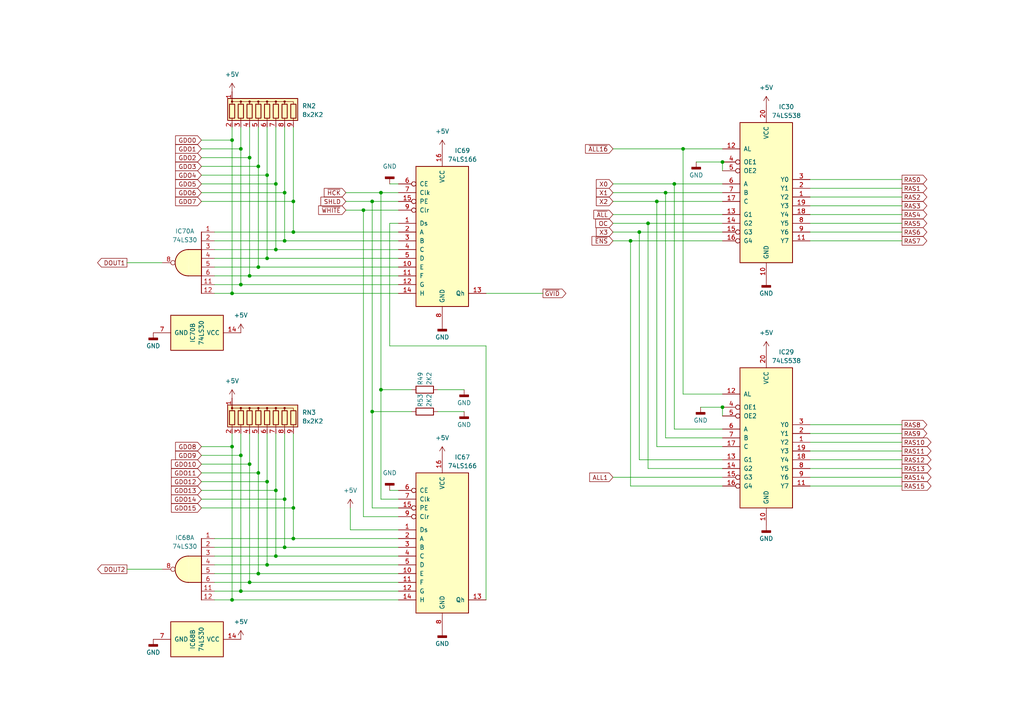
<source format=kicad_sch>
(kicad_sch
	(version 20231120)
	(generator "eeschema")
	(generator_version "8.0")
	(uuid "e38f451d-2c27-48d6-95c0-f4f707a9be46")
	(paper "A4")
	(title_block
		(title "PARTNER GDP: MEMOUT + RAS/SELECT")
		(company "Oddbit Retro")
		(comment 1 "NARISAL: MIHA GRČAR")
	)
	(lib_symbols
		(symbol "74LS166_1"
			(pin_names
				(offset 1.016)
			)
			(exclude_from_sim no)
			(in_bom yes)
			(on_board yes)
			(property "Reference" "U7"
				(at 5.842 24.892 0)
				(effects
					(font
						(size 1.27 1.27)
					)
				)
			)
			(property "Value" "74LS538"
				(at 5.842 22.352 0)
				(effects
					(font
						(size 1.27 1.27)
					)
				)
			)
			(property "Footprint" ""
				(at 0 0 0)
				(effects
					(font
						(size 1.27 1.27)
					)
					(hide yes)
				)
			)
			(property "Datasheet" "N/A"
				(at -40.64 2.032 0)
				(effects
					(font
						(size 1.27 1.27)
					)
					(hide yes)
				)
			)
			(property "Description" "Decoder"
				(at -40.64 5.588 0)
				(effects
					(font
						(size 1.27 1.27)
					)
					(hide yes)
				)
			)
			(property "ki_locked" ""
				(at 0 0 0)
				(effects
					(font
						(size 1.27 1.27)
					)
				)
			)
			(property "ki_keywords" "TTL SR SR8"
				(at 0 0 0)
				(effects
					(font
						(size 1.27 1.27)
					)
					(hide yes)
				)
			)
			(property "ki_fp_filters" "DIP?16*"
				(at 0 0 0)
				(effects
					(font
						(size 1.27 1.27)
					)
					(hide yes)
				)
			)
			(symbol "74LS166_1_1_0"
				(pin output line
					(at 12.7 -1.27 180)
					(length 5.08)
					(name "Y2"
						(effects
							(font
								(size 1.27 1.27)
							)
						)
					)
					(number "1"
						(effects
							(font
								(size 1.27 1.27)
							)
						)
					)
				)
				(pin power_in line
					(at 0 -25.4 90)
					(length 5.08)
					(name "GND"
						(effects
							(font
								(size 1.27 1.27)
							)
						)
					)
					(number "10"
						(effects
							(font
								(size 1.27 1.27)
							)
						)
					)
				)
				(pin output line
					(at 12.7 -13.97 180)
					(length 5.08)
					(name "Y7"
						(effects
							(font
								(size 1.27 1.27)
							)
						)
					)
					(number "11"
						(effects
							(font
								(size 1.27 1.27)
							)
						)
					)
				)
				(pin input line
					(at -12.7 12.7 0)
					(length 5.08)
					(name "AL"
						(effects
							(font
								(size 1.27 1.27)
							)
						)
					)
					(number "12"
						(effects
							(font
								(size 1.27 1.27)
							)
						)
					)
				)
				(pin input line
					(at -12.7 -6.35 0)
					(length 5.08)
					(name "G1"
						(effects
							(font
								(size 1.27 1.27)
							)
						)
					)
					(number "13"
						(effects
							(font
								(size 1.27 1.27)
							)
						)
					)
				)
				(pin input line
					(at -12.7 -8.89 0)
					(length 5.08)
					(name "G2"
						(effects
							(font
								(size 1.27 1.27)
							)
						)
					)
					(number "14"
						(effects
							(font
								(size 1.27 1.27)
							)
						)
					)
				)
				(pin input inverted
					(at -12.7 -11.43 0)
					(length 5.08)
					(name "G3"
						(effects
							(font
								(size 1.27 1.27)
							)
						)
					)
					(number "15"
						(effects
							(font
								(size 1.27 1.27)
							)
						)
					)
				)
				(pin input inverted
					(at -12.7 -13.97 0)
					(length 5.08)
					(name "G4"
						(effects
							(font
								(size 1.27 1.27)
							)
						)
					)
					(number "16"
						(effects
							(font
								(size 1.27 1.27)
							)
						)
					)
				)
				(pin input line
					(at -12.7 -2.54 0)
					(length 5.08)
					(name "C"
						(effects
							(font
								(size 1.27 1.27)
							)
						)
					)
					(number "17"
						(effects
							(font
								(size 1.27 1.27)
							)
						)
					)
				)
				(pin output line
					(at 12.7 -6.35 180)
					(length 5.08)
					(name "Y4"
						(effects
							(font
								(size 1.27 1.27)
							)
						)
					)
					(number "18"
						(effects
							(font
								(size 1.27 1.27)
							)
						)
					)
				)
				(pin output line
					(at 12.7 -3.81 180)
					(length 5.08)
					(name "Y3"
						(effects
							(font
								(size 1.27 1.27)
							)
						)
					)
					(number "19"
						(effects
							(font
								(size 1.27 1.27)
							)
						)
					)
				)
				(pin output line
					(at 12.7 1.27 180)
					(length 5.08)
					(name "Y1"
						(effects
							(font
								(size 1.27 1.27)
							)
						)
					)
					(number "2"
						(effects
							(font
								(size 1.27 1.27)
							)
						)
					)
				)
				(pin power_in line
					(at 0 25.4 270)
					(length 5.08)
					(name "VCC"
						(effects
							(font
								(size 1.27 1.27)
							)
						)
					)
					(number "20"
						(effects
							(font
								(size 1.27 1.27)
							)
						)
					)
				)
				(pin output line
					(at 12.7 3.81 180)
					(length 5.08)
					(name "Y0"
						(effects
							(font
								(size 1.27 1.27)
							)
						)
					)
					(number "3"
						(effects
							(font
								(size 1.27 1.27)
							)
						)
					)
				)
				(pin input inverted
					(at -12.7 8.89 0)
					(length 5.08)
					(name "OE1"
						(effects
							(font
								(size 1.27 1.27)
							)
						)
					)
					(number "4"
						(effects
							(font
								(size 1.27 1.27)
							)
						)
					)
				)
				(pin input inverted
					(at -12.7 6.35 0)
					(length 5.08)
					(name "OE2"
						(effects
							(font
								(size 1.27 1.27)
							)
						)
					)
					(number "5"
						(effects
							(font
								(size 1.27 1.27)
							)
						)
					)
				)
				(pin input line
					(at -12.7 2.54 0)
					(length 5.08)
					(name "A"
						(effects
							(font
								(size 1.27 1.27)
							)
						)
					)
					(number "6"
						(effects
							(font
								(size 1.27 1.27)
							)
						)
					)
				)
				(pin input line
					(at -12.7 0 0)
					(length 5.08)
					(name "B"
						(effects
							(font
								(size 1.27 1.27)
							)
						)
					)
					(number "7"
						(effects
							(font
								(size 1.27 1.27)
							)
						)
					)
				)
				(pin output line
					(at 12.7 -8.89 180)
					(length 5.08)
					(name "Y5"
						(effects
							(font
								(size 1.27 1.27)
							)
						)
					)
					(number "8"
						(effects
							(font
								(size 1.27 1.27)
							)
						)
					)
				)
				(pin output line
					(at 12.7 -11.43 180)
					(length 5.08)
					(name "Y6"
						(effects
							(font
								(size 1.27 1.27)
							)
						)
					)
					(number "9"
						(effects
							(font
								(size 1.27 1.27)
							)
						)
					)
				)
			)
			(symbol "74LS166_1_1_1"
				(rectangle
					(start -7.62 20.32)
					(end 7.62 -20.32)
					(stroke
						(width 0.254)
						(type default)
					)
					(fill
						(type background)
					)
				)
			)
		)
		(symbol "74xx:74LS166"
			(pin_names
				(offset 1.016)
			)
			(exclude_from_sim no)
			(in_bom yes)
			(on_board yes)
			(property "Reference" "U3"
				(at 5.842 24.892 0)
				(effects
					(font
						(size 1.27 1.27)
					)
				)
			)
			(property "Value" "74LS166"
				(at 5.842 22.352 0)
				(effects
					(font
						(size 1.27 1.27)
					)
				)
			)
			(property "Footprint" ""
				(at 0 0 0)
				(effects
					(font
						(size 1.27 1.27)
					)
					(hide yes)
				)
			)
			(property "Datasheet" "http://www.ti.com/lit/gpn/sn74LS166"
				(at -40.64 2.032 0)
				(effects
					(font
						(size 1.27 1.27)
					)
					(hide yes)
				)
			)
			(property "Description" "Shift Register 8-bit, parallel load"
				(at -40.64 5.588 0)
				(effects
					(font
						(size 1.27 1.27)
					)
					(hide yes)
				)
			)
			(property "ki_locked" ""
				(at 0 0 0)
				(effects
					(font
						(size 1.27 1.27)
					)
				)
			)
			(property "ki_keywords" "TTL SR SR8"
				(at 0 0 0)
				(effects
					(font
						(size 1.27 1.27)
					)
					(hide yes)
				)
			)
			(property "ki_fp_filters" "DIP?16*"
				(at 0 0 0)
				(effects
					(font
						(size 1.27 1.27)
					)
					(hide yes)
				)
			)
			(symbol "74LS166_1_0"
				(pin input line
					(at -12.7 3.81 0)
					(length 5.08)
					(name "Ds"
						(effects
							(font
								(size 1.27 1.27)
							)
						)
					)
					(number "1"
						(effects
							(font
								(size 1.27 1.27)
							)
						)
					)
				)
				(pin input line
					(at -12.7 -8.89 0)
					(length 5.08)
					(name "E"
						(effects
							(font
								(size 1.27 1.27)
							)
						)
					)
					(number "10"
						(effects
							(font
								(size 1.27 1.27)
							)
						)
					)
				)
				(pin input line
					(at -12.7 -11.43 0)
					(length 5.08)
					(name "F"
						(effects
							(font
								(size 1.27 1.27)
							)
						)
					)
					(number "11"
						(effects
							(font
								(size 1.27 1.27)
							)
						)
					)
				)
				(pin input line
					(at -12.7 -13.97 0)
					(length 5.08)
					(name "G"
						(effects
							(font
								(size 1.27 1.27)
							)
						)
					)
					(number "12"
						(effects
							(font
								(size 1.27 1.27)
							)
						)
					)
				)
				(pin output line
					(at 12.7 -16.51 180)
					(length 5.08)
					(name "Qh"
						(effects
							(font
								(size 1.27 1.27)
							)
						)
					)
					(number "13"
						(effects
							(font
								(size 1.27 1.27)
							)
						)
					)
				)
				(pin input line
					(at -12.7 -16.51 0)
					(length 5.08)
					(name "H"
						(effects
							(font
								(size 1.27 1.27)
							)
						)
					)
					(number "14"
						(effects
							(font
								(size 1.27 1.27)
							)
						)
					)
				)
				(pin input inverted
					(at -12.7 10.16 0)
					(length 5.08)
					(name "PE"
						(effects
							(font
								(size 1.27 1.27)
							)
						)
					)
					(number "15"
						(effects
							(font
								(size 1.27 1.27)
							)
						)
					)
				)
				(pin power_in line
					(at 0 25.4 270)
					(length 5.08)
					(name "VCC"
						(effects
							(font
								(size 1.27 1.27)
							)
						)
					)
					(number "16"
						(effects
							(font
								(size 1.27 1.27)
							)
						)
					)
				)
				(pin input line
					(at -12.7 1.27 0)
					(length 5.08)
					(name "A"
						(effects
							(font
								(size 1.27 1.27)
							)
						)
					)
					(number "2"
						(effects
							(font
								(size 1.27 1.27)
							)
						)
					)
				)
				(pin input line
					(at -12.7 -1.27 0)
					(length 5.08)
					(name "B"
						(effects
							(font
								(size 1.27 1.27)
							)
						)
					)
					(number "3"
						(effects
							(font
								(size 1.27 1.27)
							)
						)
					)
				)
				(pin input line
					(at -12.7 -3.81 0)
					(length 5.08)
					(name "C"
						(effects
							(font
								(size 1.27 1.27)
							)
						)
					)
					(number "4"
						(effects
							(font
								(size 1.27 1.27)
							)
						)
					)
				)
				(pin input line
					(at -12.7 -6.35 0)
					(length 5.08)
					(name "D"
						(effects
							(font
								(size 1.27 1.27)
							)
						)
					)
					(number "5"
						(effects
							(font
								(size 1.27 1.27)
							)
						)
					)
				)
				(pin input inverted
					(at -12.7 15.24 0)
					(length 5.08)
					(name "CE"
						(effects
							(font
								(size 1.27 1.27)
							)
						)
					)
					(number "6"
						(effects
							(font
								(size 1.27 1.27)
							)
						)
					)
				)
				(pin input line
					(at -12.7 12.7 0)
					(length 5.08)
					(name "Clk"
						(effects
							(font
								(size 1.27 1.27)
							)
						)
					)
					(number "7"
						(effects
							(font
								(size 1.27 1.27)
							)
						)
					)
				)
				(pin power_in line
					(at 0 -25.4 90)
					(length 5.08)
					(name "GND"
						(effects
							(font
								(size 1.27 1.27)
							)
						)
					)
					(number "8"
						(effects
							(font
								(size 1.27 1.27)
							)
						)
					)
				)
				(pin input inverted
					(at -12.7 7.62 0)
					(length 5.08)
					(name "Clr"
						(effects
							(font
								(size 1.27 1.27)
							)
						)
					)
					(number "9"
						(effects
							(font
								(size 1.27 1.27)
							)
						)
					)
				)
			)
			(symbol "74LS166_1_1"
				(rectangle
					(start -7.62 20.32)
					(end 7.62 -20.32)
					(stroke
						(width 0.254)
						(type default)
					)
					(fill
						(type background)
					)
				)
			)
		)
		(symbol "74xx:74LS30"
			(pin_names
				(offset 1.016)
			)
			(exclude_from_sim no)
			(in_bom yes)
			(on_board yes)
			(property "Reference" "U5"
				(at -0.0083 -15.24 0)
				(effects
					(font
						(size 1.27 1.27)
					)
				)
			)
			(property "Value" "74LS30"
				(at -0.0083 -12.7 0)
				(effects
					(font
						(size 1.27 1.27)
					)
				)
			)
			(property "Footprint" ""
				(at 0 0 0)
				(effects
					(font
						(size 1.27 1.27)
					)
					(hide yes)
				)
			)
			(property "Datasheet" "http://www.ti.com/lit/gpn/sn74LS30"
				(at 0.508 -20.828 0)
				(effects
					(font
						(size 1.27 1.27)
					)
					(hide yes)
				)
			)
			(property "Description" "8-input NAND"
				(at 1.016 -17.78 0)
				(effects
					(font
						(size 1.27 1.27)
					)
					(hide yes)
				)
			)
			(property "ki_locked" ""
				(at 0 0 0)
				(effects
					(font
						(size 1.27 1.27)
					)
				)
			)
			(property "ki_keywords" "TTL Nand8"
				(at 0 0 0)
				(effects
					(font
						(size 1.27 1.27)
					)
					(hide yes)
				)
			)
			(property "ki_fp_filters" "DIP*W7.62mm*"
				(at 0 0 0)
				(effects
					(font
						(size 1.27 1.27)
					)
					(hide yes)
				)
			)
			(symbol "74LS30_1_1"
				(arc
					(start 0 -3.81)
					(mid 3.7934 0)
					(end 0 3.81)
					(stroke
						(width 0.254)
						(type default)
					)
					(fill
						(type background)
					)
				)
				(polyline
					(pts
						(xy -3.81 -8.89) (xy -3.81 8.89)
					)
					(stroke
						(width 0.254)
						(type default)
					)
					(fill
						(type none)
					)
				)
				(polyline
					(pts
						(xy 0 3.81) (xy -3.81 3.81) (xy -3.81 -3.81) (xy 0 -3.81)
					)
					(stroke
						(width 0.254)
						(type default)
					)
					(fill
						(type background)
					)
				)
				(pin input line
					(at -7.62 -8.89 0)
					(length 3.81)
					(name "~"
						(effects
							(font
								(size 1.27 1.27)
							)
						)
					)
					(number "1"
						(effects
							(font
								(size 1.27 1.27)
							)
						)
					)
				)
				(pin input line
					(at -7.62 6.35 0)
					(length 3.81)
					(name "~"
						(effects
							(font
								(size 1.27 1.27)
							)
						)
					)
					(number "11"
						(effects
							(font
								(size 1.27 1.27)
							)
						)
					)
				)
				(pin input line
					(at -7.62 8.89 0)
					(length 3.81)
					(name "~"
						(effects
							(font
								(size 1.27 1.27)
							)
						)
					)
					(number "12"
						(effects
							(font
								(size 1.27 1.27)
							)
						)
					)
				)
				(pin input line
					(at -7.62 -6.35 0)
					(length 3.81)
					(name "~"
						(effects
							(font
								(size 1.27 1.27)
							)
						)
					)
					(number "2"
						(effects
							(font
								(size 1.27 1.27)
							)
						)
					)
				)
				(pin input line
					(at -7.62 -3.81 0)
					(length 3.81)
					(name "~"
						(effects
							(font
								(size 1.27 1.27)
							)
						)
					)
					(number "3"
						(effects
							(font
								(size 1.27 1.27)
							)
						)
					)
				)
				(pin input line
					(at -7.62 -1.27 0)
					(length 3.81)
					(name "~"
						(effects
							(font
								(size 1.27 1.27)
							)
						)
					)
					(number "4"
						(effects
							(font
								(size 1.27 1.27)
							)
						)
					)
				)
				(pin input line
					(at -7.62 1.27 0)
					(length 3.81)
					(name "~"
						(effects
							(font
								(size 1.27 1.27)
							)
						)
					)
					(number "5"
						(effects
							(font
								(size 1.27 1.27)
							)
						)
					)
				)
				(pin input line
					(at -7.62 3.81 0)
					(length 3.81)
					(name "~"
						(effects
							(font
								(size 1.27 1.27)
							)
						)
					)
					(number "6"
						(effects
							(font
								(size 1.27 1.27)
							)
						)
					)
				)
				(pin output inverted
					(at 7.62 0 180)
					(length 3.81)
					(name "~"
						(effects
							(font
								(size 1.27 1.27)
							)
						)
					)
					(number "8"
						(effects
							(font
								(size 1.27 1.27)
							)
						)
					)
				)
			)
			(symbol "74LS30_1_2"
				(arc
					(start -3.81 -3.81)
					(mid -2.589 0)
					(end -3.81 3.81)
					(stroke
						(width 0.254)
						(type default)
					)
					(fill
						(type none)
					)
				)
				(arc
					(start -0.6096 -3.81)
					(mid 2.1842 -2.5851)
					(end 3.81 0)
					(stroke
						(width 0.254)
						(type default)
					)
					(fill
						(type background)
					)
				)
				(polyline
					(pts
						(xy -3.81 -3.81) (xy -3.81 -10.16)
					)
					(stroke
						(width 0.254)
						(type default)
					)
					(fill
						(type none)
					)
				)
				(polyline
					(pts
						(xy -3.81 -3.81) (xy -0.635 -3.81)
					)
					(stroke
						(width 0.254)
						(type default)
					)
					(fill
						(type background)
					)
				)
				(polyline
					(pts
						(xy -3.81 3.81) (xy -0.635 3.81)
					)
					(stroke
						(width 0.254)
						(type default)
					)
					(fill
						(type background)
					)
				)
				(polyline
					(pts
						(xy -3.81 7.62) (xy -3.81 3.81)
					)
					(stroke
						(width 0.254)
						(type default)
					)
					(fill
						(type none)
					)
				)
				(polyline
					(pts
						(xy -0.635 3.81) (xy -3.81 3.81) (xy -3.81 3.81) (xy -3.556 3.4036) (xy -3.0226 2.2606) (xy -2.6924 1.0414)
						(xy -2.6162 -0.254) (xy -2.7686 -1.4986) (xy -3.175 -2.7178) (xy -3.81 -3.81) (xy -3.81 -3.81)
						(xy -0.635 -3.81)
					)
					(stroke
						(width -25.4)
						(type default)
					)
					(fill
						(type background)
					)
				)
				(arc
					(start 3.81 0)
					(mid 2.1915 2.5936)
					(end -0.6096 3.81)
					(stroke
						(width 0.254)
						(type default)
					)
					(fill
						(type background)
					)
				)
				(pin input inverted
					(at -7.62 7.62 0)
					(length 3.81)
					(name "~"
						(effects
							(font
								(size 1.27 1.27)
							)
						)
					)
					(number "1"
						(effects
							(font
								(size 1.27 1.27)
							)
						)
					)
				)
				(pin input inverted
					(at -7.62 -7.62 0)
					(length 3.81)
					(name "~"
						(effects
							(font
								(size 1.27 1.27)
							)
						)
					)
					(number "11"
						(effects
							(font
								(size 1.27 1.27)
							)
						)
					)
				)
				(pin input inverted
					(at -7.62 -10.16 0)
					(length 3.81)
					(name "~"
						(effects
							(font
								(size 1.27 1.27)
							)
						)
					)
					(number "12"
						(effects
							(font
								(size 1.27 1.27)
							)
						)
					)
				)
				(pin input inverted
					(at -7.62 5.08 0)
					(length 3.81)
					(name "~"
						(effects
							(font
								(size 1.27 1.27)
							)
						)
					)
					(number "2"
						(effects
							(font
								(size 1.27 1.27)
							)
						)
					)
				)
				(pin input inverted
					(at -7.62 2.54 0)
					(length 4.5466)
					(name "~"
						(effects
							(font
								(size 1.27 1.27)
							)
						)
					)
					(number "3"
						(effects
							(font
								(size 1.27 1.27)
							)
						)
					)
				)
				(pin input inverted
					(at -7.62 0 0)
					(length 5.08)
					(name "~"
						(effects
							(font
								(size 1.27 1.27)
							)
						)
					)
					(number "4"
						(effects
							(font
								(size 1.27 1.27)
							)
						)
					)
				)
				(pin input inverted
					(at -7.62 -2.54 0)
					(length 4.5466)
					(name "~"
						(effects
							(font
								(size 1.27 1.27)
							)
						)
					)
					(number "5"
						(effects
							(font
								(size 1.27 1.27)
							)
						)
					)
				)
				(pin input inverted
					(at -7.62 -5.08 0)
					(length 3.81)
					(name "~"
						(effects
							(font
								(size 1.27 1.27)
							)
						)
					)
					(number "6"
						(effects
							(font
								(size 1.27 1.27)
							)
						)
					)
				)
				(pin output line
					(at 7.62 0 180)
					(length 3.81)
					(name "~"
						(effects
							(font
								(size 1.27 1.27)
							)
						)
					)
					(number "8"
						(effects
							(font
								(size 1.27 1.27)
							)
						)
					)
				)
			)
			(symbol "74LS30_2_0"
				(pin power_in line
					(at 0 12.7 270)
					(length 5.08)
					(name "VCC"
						(effects
							(font
								(size 1.27 1.27)
							)
						)
					)
					(number "14"
						(effects
							(font
								(size 1.27 1.27)
							)
						)
					)
				)
				(pin power_in line
					(at 0 -12.7 90)
					(length 5.08)
					(name "GND"
						(effects
							(font
								(size 1.27 1.27)
							)
						)
					)
					(number "7"
						(effects
							(font
								(size 1.27 1.27)
							)
						)
					)
				)
			)
			(symbol "74LS30_2_1"
				(rectangle
					(start -5.08 7.62)
					(end 5.08 -7.62)
					(stroke
						(width 0.254)
						(type default)
					)
					(fill
						(type background)
					)
				)
			)
		)
		(symbol "Device:R"
			(pin_numbers hide)
			(pin_names
				(offset 0)
			)
			(exclude_from_sim no)
			(in_bom yes)
			(on_board yes)
			(property "Reference" "R"
				(at 2.032 0 90)
				(effects
					(font
						(size 1.27 1.27)
					)
				)
			)
			(property "Value" "R"
				(at 0 0 90)
				(effects
					(font
						(size 1.27 1.27)
					)
				)
			)
			(property "Footprint" ""
				(at -1.778 0 90)
				(effects
					(font
						(size 1.27 1.27)
					)
					(hide yes)
				)
			)
			(property "Datasheet" "~"
				(at 0 0 0)
				(effects
					(font
						(size 1.27 1.27)
					)
					(hide yes)
				)
			)
			(property "Description" "Resistor"
				(at 0 0 0)
				(effects
					(font
						(size 1.27 1.27)
					)
					(hide yes)
				)
			)
			(property "ki_keywords" "R res resistor"
				(at 0 0 0)
				(effects
					(font
						(size 1.27 1.27)
					)
					(hide yes)
				)
			)
			(property "ki_fp_filters" "R_*"
				(at 0 0 0)
				(effects
					(font
						(size 1.27 1.27)
					)
					(hide yes)
				)
			)
			(symbol "R_0_1"
				(rectangle
					(start -1.016 -2.54)
					(end 1.016 2.54)
					(stroke
						(width 0.254)
						(type default)
					)
					(fill
						(type none)
					)
				)
			)
			(symbol "R_1_1"
				(pin passive line
					(at 0 3.81 270)
					(length 1.27)
					(name "~"
						(effects
							(font
								(size 1.27 1.27)
							)
						)
					)
					(number "1"
						(effects
							(font
								(size 1.27 1.27)
							)
						)
					)
				)
				(pin passive line
					(at 0 -3.81 90)
					(length 1.27)
					(name "~"
						(effects
							(font
								(size 1.27 1.27)
							)
						)
					)
					(number "2"
						(effects
							(font
								(size 1.27 1.27)
							)
						)
					)
				)
			)
		)
		(symbol "Device:R_Network08"
			(pin_names
				(offset 0) hide)
			(exclude_from_sim no)
			(in_bom yes)
			(on_board yes)
			(property "Reference" "RN"
				(at -12.7 0 90)
				(effects
					(font
						(size 1.27 1.27)
					)
				)
			)
			(property "Value" "R_Network08"
				(at 10.16 0 90)
				(effects
					(font
						(size 1.27 1.27)
					)
				)
			)
			(property "Footprint" "Resistor_THT:R_Array_SIP9"
				(at 12.065 0 90)
				(effects
					(font
						(size 1.27 1.27)
					)
					(hide yes)
				)
			)
			(property "Datasheet" "http://www.vishay.com/docs/31509/csc.pdf"
				(at 0 0 0)
				(effects
					(font
						(size 1.27 1.27)
					)
					(hide yes)
				)
			)
			(property "Description" "8 resistor network, star topology, bussed resistors, small symbol"
				(at 0 0 0)
				(effects
					(font
						(size 1.27 1.27)
					)
					(hide yes)
				)
			)
			(property "ki_keywords" "R network star-topology"
				(at 0 0 0)
				(effects
					(font
						(size 1.27 1.27)
					)
					(hide yes)
				)
			)
			(property "ki_fp_filters" "R?Array?SIP*"
				(at 0 0 0)
				(effects
					(font
						(size 1.27 1.27)
					)
					(hide yes)
				)
			)
			(symbol "R_Network08_0_1"
				(rectangle
					(start -11.43 -3.175)
					(end 8.89 3.175)
					(stroke
						(width 0.254)
						(type default)
					)
					(fill
						(type background)
					)
				)
				(rectangle
					(start -10.922 1.524)
					(end -9.398 -2.54)
					(stroke
						(width 0.254)
						(type default)
					)
					(fill
						(type none)
					)
				)
				(circle
					(center -10.16 2.286)
					(radius 0.254)
					(stroke
						(width 0)
						(type default)
					)
					(fill
						(type outline)
					)
				)
				(rectangle
					(start -8.382 1.524)
					(end -6.858 -2.54)
					(stroke
						(width 0.254)
						(type default)
					)
					(fill
						(type none)
					)
				)
				(circle
					(center -7.62 2.286)
					(radius 0.254)
					(stroke
						(width 0)
						(type default)
					)
					(fill
						(type outline)
					)
				)
				(rectangle
					(start -5.842 1.524)
					(end -4.318 -2.54)
					(stroke
						(width 0.254)
						(type default)
					)
					(fill
						(type none)
					)
				)
				(circle
					(center -5.08 2.286)
					(radius 0.254)
					(stroke
						(width 0)
						(type default)
					)
					(fill
						(type outline)
					)
				)
				(rectangle
					(start -3.302 1.524)
					(end -1.778 -2.54)
					(stroke
						(width 0.254)
						(type default)
					)
					(fill
						(type none)
					)
				)
				(circle
					(center -2.54 2.286)
					(radius 0.254)
					(stroke
						(width 0)
						(type default)
					)
					(fill
						(type outline)
					)
				)
				(rectangle
					(start -0.762 1.524)
					(end 0.762 -2.54)
					(stroke
						(width 0.254)
						(type default)
					)
					(fill
						(type none)
					)
				)
				(polyline
					(pts
						(xy -10.16 -2.54) (xy -10.16 -3.81)
					)
					(stroke
						(width 0)
						(type default)
					)
					(fill
						(type none)
					)
				)
				(polyline
					(pts
						(xy -7.62 -2.54) (xy -7.62 -3.81)
					)
					(stroke
						(width 0)
						(type default)
					)
					(fill
						(type none)
					)
				)
				(polyline
					(pts
						(xy -5.08 -2.54) (xy -5.08 -3.81)
					)
					(stroke
						(width 0)
						(type default)
					)
					(fill
						(type none)
					)
				)
				(polyline
					(pts
						(xy -2.54 -2.54) (xy -2.54 -3.81)
					)
					(stroke
						(width 0)
						(type default)
					)
					(fill
						(type none)
					)
				)
				(polyline
					(pts
						(xy 0 -2.54) (xy 0 -3.81)
					)
					(stroke
						(width 0)
						(type default)
					)
					(fill
						(type none)
					)
				)
				(polyline
					(pts
						(xy 2.54 -2.54) (xy 2.54 -3.81)
					)
					(stroke
						(width 0)
						(type default)
					)
					(fill
						(type none)
					)
				)
				(polyline
					(pts
						(xy 5.08 -2.54) (xy 5.08 -3.81)
					)
					(stroke
						(width 0)
						(type default)
					)
					(fill
						(type none)
					)
				)
				(polyline
					(pts
						(xy 7.62 -2.54) (xy 7.62 -3.81)
					)
					(stroke
						(width 0)
						(type default)
					)
					(fill
						(type none)
					)
				)
				(polyline
					(pts
						(xy -10.16 1.524) (xy -10.16 2.286) (xy -7.62 2.286) (xy -7.62 1.524)
					)
					(stroke
						(width 0)
						(type default)
					)
					(fill
						(type none)
					)
				)
				(polyline
					(pts
						(xy -7.62 1.524) (xy -7.62 2.286) (xy -5.08 2.286) (xy -5.08 1.524)
					)
					(stroke
						(width 0)
						(type default)
					)
					(fill
						(type none)
					)
				)
				(polyline
					(pts
						(xy -5.08 1.524) (xy -5.08 2.286) (xy -2.54 2.286) (xy -2.54 1.524)
					)
					(stroke
						(width 0)
						(type default)
					)
					(fill
						(type none)
					)
				)
				(polyline
					(pts
						(xy -2.54 1.524) (xy -2.54 2.286) (xy 0 2.286) (xy 0 1.524)
					)
					(stroke
						(width 0)
						(type default)
					)
					(fill
						(type none)
					)
				)
				(polyline
					(pts
						(xy 0 1.524) (xy 0 2.286) (xy 2.54 2.286) (xy 2.54 1.524)
					)
					(stroke
						(width 0)
						(type default)
					)
					(fill
						(type none)
					)
				)
				(polyline
					(pts
						(xy 2.54 1.524) (xy 2.54 2.286) (xy 5.08 2.286) (xy 5.08 1.524)
					)
					(stroke
						(width 0)
						(type default)
					)
					(fill
						(type none)
					)
				)
				(polyline
					(pts
						(xy 5.08 1.524) (xy 5.08 2.286) (xy 7.62 2.286) (xy 7.62 1.524)
					)
					(stroke
						(width 0)
						(type default)
					)
					(fill
						(type none)
					)
				)
				(circle
					(center 0 2.286)
					(radius 0.254)
					(stroke
						(width 0)
						(type default)
					)
					(fill
						(type outline)
					)
				)
				(rectangle
					(start 1.778 1.524)
					(end 3.302 -2.54)
					(stroke
						(width 0.254)
						(type default)
					)
					(fill
						(type none)
					)
				)
				(circle
					(center 2.54 2.286)
					(radius 0.254)
					(stroke
						(width 0)
						(type default)
					)
					(fill
						(type outline)
					)
				)
				(rectangle
					(start 4.318 1.524)
					(end 5.842 -2.54)
					(stroke
						(width 0.254)
						(type default)
					)
					(fill
						(type none)
					)
				)
				(circle
					(center 5.08 2.286)
					(radius 0.254)
					(stroke
						(width 0)
						(type default)
					)
					(fill
						(type outline)
					)
				)
				(rectangle
					(start 6.858 1.524)
					(end 8.382 -2.54)
					(stroke
						(width 0.254)
						(type default)
					)
					(fill
						(type none)
					)
				)
			)
			(symbol "R_Network08_1_1"
				(pin passive line
					(at -10.16 5.08 270)
					(length 2.54)
					(name "common"
						(effects
							(font
								(size 1.27 1.27)
							)
						)
					)
					(number "1"
						(effects
							(font
								(size 1.27 1.27)
							)
						)
					)
				)
				(pin passive line
					(at -10.16 -5.08 90)
					(length 1.27)
					(name "R1"
						(effects
							(font
								(size 1.27 1.27)
							)
						)
					)
					(number "2"
						(effects
							(font
								(size 1.27 1.27)
							)
						)
					)
				)
				(pin passive line
					(at -7.62 -5.08 90)
					(length 1.27)
					(name "R2"
						(effects
							(font
								(size 1.27 1.27)
							)
						)
					)
					(number "3"
						(effects
							(font
								(size 1.27 1.27)
							)
						)
					)
				)
				(pin passive line
					(at -5.08 -5.08 90)
					(length 1.27)
					(name "R3"
						(effects
							(font
								(size 1.27 1.27)
							)
						)
					)
					(number "4"
						(effects
							(font
								(size 1.27 1.27)
							)
						)
					)
				)
				(pin passive line
					(at -2.54 -5.08 90)
					(length 1.27)
					(name "R4"
						(effects
							(font
								(size 1.27 1.27)
							)
						)
					)
					(number "5"
						(effects
							(font
								(size 1.27 1.27)
							)
						)
					)
				)
				(pin passive line
					(at 0 -5.08 90)
					(length 1.27)
					(name "R5"
						(effects
							(font
								(size 1.27 1.27)
							)
						)
					)
					(number "6"
						(effects
							(font
								(size 1.27 1.27)
							)
						)
					)
				)
				(pin passive line
					(at 2.54 -5.08 90)
					(length 1.27)
					(name "R6"
						(effects
							(font
								(size 1.27 1.27)
							)
						)
					)
					(number "7"
						(effects
							(font
								(size 1.27 1.27)
							)
						)
					)
				)
				(pin passive line
					(at 5.08 -5.08 90)
					(length 1.27)
					(name "R7"
						(effects
							(font
								(size 1.27 1.27)
							)
						)
					)
					(number "8"
						(effects
							(font
								(size 1.27 1.27)
							)
						)
					)
				)
				(pin passive line
					(at 7.62 -5.08 90)
					(length 1.27)
					(name "R8"
						(effects
							(font
								(size 1.27 1.27)
							)
						)
					)
					(number "9"
						(effects
							(font
								(size 1.27 1.27)
							)
						)
					)
				)
			)
		)
		(symbol "power:+5V"
			(power)
			(pin_numbers hide)
			(pin_names
				(offset 0) hide)
			(exclude_from_sim no)
			(in_bom yes)
			(on_board yes)
			(property "Reference" "#PWR"
				(at 0 -3.81 0)
				(effects
					(font
						(size 1.27 1.27)
					)
					(hide yes)
				)
			)
			(property "Value" "+5V"
				(at 0 3.556 0)
				(effects
					(font
						(size 1.27 1.27)
					)
				)
			)
			(property "Footprint" ""
				(at 0 0 0)
				(effects
					(font
						(size 1.27 1.27)
					)
					(hide yes)
				)
			)
			(property "Datasheet" ""
				(at 0 0 0)
				(effects
					(font
						(size 1.27 1.27)
					)
					(hide yes)
				)
			)
			(property "Description" "Power symbol creates a global label with name \"+5V\""
				(at 0 0 0)
				(effects
					(font
						(size 1.27 1.27)
					)
					(hide yes)
				)
			)
			(property "ki_keywords" "global power"
				(at 0 0 0)
				(effects
					(font
						(size 1.27 1.27)
					)
					(hide yes)
				)
			)
			(symbol "+5V_0_1"
				(polyline
					(pts
						(xy -0.762 1.27) (xy 0 2.54)
					)
					(stroke
						(width 0)
						(type default)
					)
					(fill
						(type none)
					)
				)
				(polyline
					(pts
						(xy 0 0) (xy 0 2.54)
					)
					(stroke
						(width 0)
						(type default)
					)
					(fill
						(type none)
					)
				)
				(polyline
					(pts
						(xy 0 2.54) (xy 0.762 1.27)
					)
					(stroke
						(width 0)
						(type default)
					)
					(fill
						(type none)
					)
				)
			)
			(symbol "+5V_1_1"
				(pin power_in line
					(at 0 0 90)
					(length 0)
					(name "~"
						(effects
							(font
								(size 1.27 1.27)
							)
						)
					)
					(number "1"
						(effects
							(font
								(size 1.27 1.27)
							)
						)
					)
				)
			)
		)
		(symbol "power:GNDD"
			(power)
			(pin_numbers hide)
			(pin_names
				(offset 0) hide)
			(exclude_from_sim no)
			(in_bom yes)
			(on_board yes)
			(property "Reference" "#PWR"
				(at 0 -6.35 0)
				(effects
					(font
						(size 1.27 1.27)
					)
					(hide yes)
				)
			)
			(property "Value" "GNDD"
				(at 0 -3.175 0)
				(effects
					(font
						(size 1.27 1.27)
					)
				)
			)
			(property "Footprint" ""
				(at 0 0 0)
				(effects
					(font
						(size 1.27 1.27)
					)
					(hide yes)
				)
			)
			(property "Datasheet" ""
				(at 0 0 0)
				(effects
					(font
						(size 1.27 1.27)
					)
					(hide yes)
				)
			)
			(property "Description" "Power symbol creates a global label with name \"GNDD\" , digital ground"
				(at 0 0 0)
				(effects
					(font
						(size 1.27 1.27)
					)
					(hide yes)
				)
			)
			(property "ki_keywords" "global power"
				(at 0 0 0)
				(effects
					(font
						(size 1.27 1.27)
					)
					(hide yes)
				)
			)
			(symbol "GNDD_0_1"
				(rectangle
					(start -1.27 -1.524)
					(end 1.27 -2.032)
					(stroke
						(width 0.254)
						(type default)
					)
					(fill
						(type outline)
					)
				)
				(polyline
					(pts
						(xy 0 0) (xy 0 -1.524)
					)
					(stroke
						(width 0)
						(type default)
					)
					(fill
						(type none)
					)
				)
			)
			(symbol "GNDD_1_1"
				(pin power_in line
					(at 0 0 270)
					(length 0)
					(name "~"
						(effects
							(font
								(size 1.27 1.27)
							)
						)
					)
					(number "1"
						(effects
							(font
								(size 1.27 1.27)
							)
						)
					)
				)
			)
		)
	)
	(junction
		(at 82.55 69.85)
		(diameter 0)
		(color 0 0 0 0)
		(uuid "040fa73d-28ad-4356-b707-9fc2b9cdf0d7")
	)
	(junction
		(at 85.09 156.21)
		(diameter 0)
		(color 0 0 0 0)
		(uuid "0a7525d1-b0f5-4de4-8559-494d62483384")
	)
	(junction
		(at 182.88 69.85)
		(diameter 0)
		(color 0 0 0 0)
		(uuid "0d3197b2-74fb-4086-bafc-a32c32aa268b")
	)
	(junction
		(at 74.93 166.37)
		(diameter 0)
		(color 0 0 0 0)
		(uuid "1a639109-3200-4079-8b04-3e44cdd231ea")
	)
	(junction
		(at 110.49 55.88)
		(diameter 0)
		(color 0 0 0 0)
		(uuid "1cfdcd40-4b6f-464f-81c6-8c2342836ccc")
	)
	(junction
		(at 85.09 58.42)
		(diameter 0)
		(color 0 0 0 0)
		(uuid "25579071-c298-485e-b5bd-c7e84f5d17ba")
	)
	(junction
		(at 80.01 72.39)
		(diameter 0)
		(color 0 0 0 0)
		(uuid "3435219f-2e6f-4b6d-8efe-c51a1a1b980b")
	)
	(junction
		(at 195.58 53.34)
		(diameter 0)
		(color 0 0 0 0)
		(uuid "38c86e3d-f1f6-4b0d-bba1-13f84bacd14e")
	)
	(junction
		(at 77.47 139.7)
		(diameter 0)
		(color 0 0 0 0)
		(uuid "49603f91-8b37-4aa0-ab52-13f6325b6232")
	)
	(junction
		(at 72.39 168.91)
		(diameter 0)
		(color 0 0 0 0)
		(uuid "4e59166a-d192-471a-96ec-4f9e22e38d5c")
	)
	(junction
		(at 80.01 53.34)
		(diameter 0)
		(color 0 0 0 0)
		(uuid "51d8dd63-0210-4994-b577-cb822c192353")
	)
	(junction
		(at 107.95 58.42)
		(diameter 0)
		(color 0 0 0 0)
		(uuid "5418329c-abab-4dc3-9bb0-b1788ad701d3")
	)
	(junction
		(at 187.96 64.77)
		(diameter 0)
		(color 0 0 0 0)
		(uuid "5cac6dbe-c4df-48cf-9638-6700bb915dd8")
	)
	(junction
		(at 85.09 147.32)
		(diameter 0)
		(color 0 0 0 0)
		(uuid "5f005228-0592-4099-9d29-d9b0ca9be0d4")
	)
	(junction
		(at 77.47 163.83)
		(diameter 0)
		(color 0 0 0 0)
		(uuid "6030c016-efd8-4f55-8c84-2f61ca9f0e14")
	)
	(junction
		(at 209.55 118.11)
		(diameter 0)
		(color 0 0 0 0)
		(uuid "63e89480-79f8-4629-83a6-c1bed96134e2")
	)
	(junction
		(at 67.31 129.54)
		(diameter 0)
		(color 0 0 0 0)
		(uuid "65055944-0820-4188-a40a-c5a2b4877b92")
	)
	(junction
		(at 77.47 74.93)
		(diameter 0)
		(color 0 0 0 0)
		(uuid "65e01492-f515-4a9c-b5c9-bb224adce31c")
	)
	(junction
		(at 105.41 60.96)
		(diameter 0)
		(color 0 0 0 0)
		(uuid "698d7caa-e3de-4e05-af0c-9f0cdca51970")
	)
	(junction
		(at 80.01 142.24)
		(diameter 0)
		(color 0 0 0 0)
		(uuid "69e2c3ec-a368-47d6-bfce-1a787712ed07")
	)
	(junction
		(at 80.01 161.29)
		(diameter 0)
		(color 0 0 0 0)
		(uuid "6b620cfe-e9f7-4d48-8494-20d417db7f9d")
	)
	(junction
		(at 72.39 134.62)
		(diameter 0)
		(color 0 0 0 0)
		(uuid "6d2b6883-0fa9-40cf-8184-148782ef02db")
	)
	(junction
		(at 190.5 58.42)
		(diameter 0)
		(color 0 0 0 0)
		(uuid "6f63bb1d-82cc-4cce-a0fd-a3152a413324")
	)
	(junction
		(at 110.49 113.03)
		(diameter 0)
		(color 0 0 0 0)
		(uuid "71d269d8-d4df-4839-b35e-1c5b9ea85eb0")
	)
	(junction
		(at 107.95 119.38)
		(diameter 0)
		(color 0 0 0 0)
		(uuid "79d8e115-9912-4e10-9cec-9602389d4603")
	)
	(junction
		(at 69.85 43.18)
		(diameter 0)
		(color 0 0 0 0)
		(uuid "811b6474-8845-4472-b33c-f20294151573")
	)
	(junction
		(at 67.31 85.09)
		(diameter 0)
		(color 0 0 0 0)
		(uuid "8921cf0c-ae85-4440-aaed-370b8c5c695d")
	)
	(junction
		(at 74.93 137.16)
		(diameter 0)
		(color 0 0 0 0)
		(uuid "8aa3aa2c-8c0e-4d46-a5ed-8cce33426231")
	)
	(junction
		(at 67.31 173.99)
		(diameter 0)
		(color 0 0 0 0)
		(uuid "95c6dd4f-40f4-4018-86da-db7308ae651b")
	)
	(junction
		(at 69.85 82.55)
		(diameter 0)
		(color 0 0 0 0)
		(uuid "a6b1ec78-2907-4c21-9bfc-f1d0b8ba18cb")
	)
	(junction
		(at 82.55 55.88)
		(diameter 0)
		(color 0 0 0 0)
		(uuid "a71a732e-e9f4-46bc-85fb-45eaac9fca84")
	)
	(junction
		(at 209.55 46.99)
		(diameter 0)
		(color 0 0 0 0)
		(uuid "ac792023-b11e-44d0-880e-4056972f04bc")
	)
	(junction
		(at 67.31 40.64)
		(diameter 0)
		(color 0 0 0 0)
		(uuid "af69a7da-7dde-4735-9d95-cf16ae9c7cba")
	)
	(junction
		(at 77.47 50.8)
		(diameter 0)
		(color 0 0 0 0)
		(uuid "b125e600-f0ba-4bb1-bc46-013982184109")
	)
	(junction
		(at 185.42 67.31)
		(diameter 0)
		(color 0 0 0 0)
		(uuid "b3c33ff7-466e-4c06-929f-0e7ab7e67371")
	)
	(junction
		(at 69.85 171.45)
		(diameter 0)
		(color 0 0 0 0)
		(uuid "baa46334-0d71-4b4c-a53b-41d96d08a3f4")
	)
	(junction
		(at 74.93 77.47)
		(diameter 0)
		(color 0 0 0 0)
		(uuid "bc82542d-8069-4945-b041-52e27a60ddc3")
	)
	(junction
		(at 72.39 45.72)
		(diameter 0)
		(color 0 0 0 0)
		(uuid "c1ad42e5-5d0e-428d-ba23-038c1ef0f49e")
	)
	(junction
		(at 72.39 80.01)
		(diameter 0)
		(color 0 0 0 0)
		(uuid "c4dc4d6d-8282-4537-a149-12d479275911")
	)
	(junction
		(at 82.55 144.78)
		(diameter 0)
		(color 0 0 0 0)
		(uuid "cb6bc281-a444-47c9-89ee-aa11511fa3c7")
	)
	(junction
		(at 85.09 67.31)
		(diameter 0)
		(color 0 0 0 0)
		(uuid "d38dd482-ec73-4e2b-ab61-8028a45d97d3")
	)
	(junction
		(at 69.85 132.08)
		(diameter 0)
		(color 0 0 0 0)
		(uuid "dbab0d72-25ff-4b7c-a4c1-f01529750ce0")
	)
	(junction
		(at 82.55 158.75)
		(diameter 0)
		(color 0 0 0 0)
		(uuid "e9b5ce93-4c4a-406f-a483-7a0061f0073d")
	)
	(junction
		(at 193.04 55.88)
		(diameter 0)
		(color 0 0 0 0)
		(uuid "ea614aef-188a-4caa-b26c-6c998c23e950")
	)
	(junction
		(at 74.93 48.26)
		(diameter 0)
		(color 0 0 0 0)
		(uuid "f3281f63-1c68-4adc-93c6-0c6d2246dd97")
	)
	(junction
		(at 198.12 43.18)
		(diameter 0)
		(color 0 0 0 0)
		(uuid "f861d990-3f33-485f-ba70-1676cbaefc3e")
	)
	(wire
		(pts
			(xy 58.42 132.08) (xy 69.85 132.08)
		)
		(stroke
			(width 0)
			(type default)
		)
		(uuid "0026ff1c-6500-426b-b85c-1ccc66b63438")
	)
	(wire
		(pts
			(xy 62.23 72.39) (xy 80.01 72.39)
		)
		(stroke
			(width 0)
			(type default)
		)
		(uuid "00e0f44e-0d46-4c39-bc2c-38dc26003ac8")
	)
	(wire
		(pts
			(xy 62.23 80.01) (xy 72.39 80.01)
		)
		(stroke
			(width 0)
			(type default)
		)
		(uuid "010a5451-0b44-46f2-8516-6809d761618e")
	)
	(wire
		(pts
			(xy 67.31 36.83) (xy 67.31 40.64)
		)
		(stroke
			(width 0)
			(type default)
		)
		(uuid "01cc6b5a-147c-4d19-a4c2-30365533b15a")
	)
	(wire
		(pts
			(xy 58.42 147.32) (xy 85.09 147.32)
		)
		(stroke
			(width 0)
			(type default)
		)
		(uuid "05a87b73-0382-4173-ab67-07156f55180a")
	)
	(wire
		(pts
			(xy 80.01 125.73) (xy 80.01 142.24)
		)
		(stroke
			(width 0)
			(type default)
		)
		(uuid "07e94417-2d10-4d13-a137-a127587e9294")
	)
	(wire
		(pts
			(xy 67.31 173.99) (xy 115.57 173.99)
		)
		(stroke
			(width 0)
			(type default)
		)
		(uuid "08a5bd13-ad5b-46b7-8731-a2ffa8954d1c")
	)
	(wire
		(pts
			(xy 85.09 67.31) (xy 115.57 67.31)
		)
		(stroke
			(width 0)
			(type default)
		)
		(uuid "0af3d0e5-8368-4988-9a3a-e38bde4105ef")
	)
	(wire
		(pts
			(xy 77.47 36.83) (xy 77.47 50.8)
		)
		(stroke
			(width 0)
			(type default)
		)
		(uuid "0fee4adc-0529-44a2-90cf-15230857b767")
	)
	(wire
		(pts
			(xy 85.09 58.42) (xy 85.09 67.31)
		)
		(stroke
			(width 0)
			(type default)
		)
		(uuid "118f163e-563d-4ea5-81fc-e520bac41a9d")
	)
	(wire
		(pts
			(xy 190.5 58.42) (xy 209.55 58.42)
		)
		(stroke
			(width 0)
			(type default)
		)
		(uuid "1199ff55-b6e6-4f85-a4a1-74bdd758c791")
	)
	(wire
		(pts
			(xy 62.23 74.93) (xy 77.47 74.93)
		)
		(stroke
			(width 0)
			(type default)
		)
		(uuid "126ff0cf-2381-4ae5-a385-55e69fe053f3")
	)
	(wire
		(pts
			(xy 107.95 119.38) (xy 119.38 119.38)
		)
		(stroke
			(width 0)
			(type default)
		)
		(uuid "130bd5c7-be54-407e-a1ff-83298f0af34e")
	)
	(wire
		(pts
			(xy 58.42 50.8) (xy 77.47 50.8)
		)
		(stroke
			(width 0)
			(type default)
		)
		(uuid "131d4cdb-ab38-4b7e-9237-5c4680d8317d")
	)
	(wire
		(pts
			(xy 69.85 171.45) (xy 115.57 171.45)
		)
		(stroke
			(width 0)
			(type default)
		)
		(uuid "13418be2-f57f-4694-8dcd-b447763e648c")
	)
	(wire
		(pts
			(xy 74.93 36.83) (xy 74.93 48.26)
		)
		(stroke
			(width 0)
			(type default)
		)
		(uuid "15bdde3c-7351-4c70-b2b4-8c5c9086d4cd")
	)
	(wire
		(pts
			(xy 187.96 64.77) (xy 209.55 64.77)
		)
		(stroke
			(width 0)
			(type default)
		)
		(uuid "16067016-06c7-47e1-994d-41c82f13f029")
	)
	(wire
		(pts
			(xy 177.8 69.85) (xy 182.88 69.85)
		)
		(stroke
			(width 0)
			(type default)
		)
		(uuid "182f5262-8e46-449b-811c-868d82837f50")
	)
	(wire
		(pts
			(xy 193.04 55.88) (xy 209.55 55.88)
		)
		(stroke
			(width 0)
			(type default)
		)
		(uuid "1bc0e2e9-481f-4c16-b01c-d7ab40c6361c")
	)
	(wire
		(pts
			(xy 82.55 158.75) (xy 115.57 158.75)
		)
		(stroke
			(width 0)
			(type default)
		)
		(uuid "1ca52b55-29a3-454f-a1da-5aecf831da4f")
	)
	(wire
		(pts
			(xy 62.23 166.37) (xy 74.93 166.37)
		)
		(stroke
			(width 0)
			(type default)
		)
		(uuid "1cd0e5f8-fed5-416a-a8bd-866e9a9279b7")
	)
	(wire
		(pts
			(xy 67.31 129.54) (xy 67.31 173.99)
		)
		(stroke
			(width 0)
			(type default)
		)
		(uuid "20551973-c6c4-4673-978d-5c3a64b76b4f")
	)
	(wire
		(pts
			(xy 67.31 125.73) (xy 67.31 129.54)
		)
		(stroke
			(width 0)
			(type default)
		)
		(uuid "21d80b9f-c643-4cff-92bb-21a6d67df18f")
	)
	(wire
		(pts
			(xy 72.39 134.62) (xy 72.39 168.91)
		)
		(stroke
			(width 0)
			(type default)
		)
		(uuid "25359eb5-d1e2-4305-9a1e-d341a998d527")
	)
	(wire
		(pts
			(xy 177.8 138.43) (xy 209.55 138.43)
		)
		(stroke
			(width 0)
			(type default)
		)
		(uuid "27d94bd1-9e89-4337-b2a6-18aa2aa66be1")
	)
	(wire
		(pts
			(xy 58.42 144.78) (xy 82.55 144.78)
		)
		(stroke
			(width 0)
			(type default)
		)
		(uuid "2822b000-1319-4bae-bd8a-2bef00a3ca78")
	)
	(wire
		(pts
			(xy 72.39 45.72) (xy 72.39 80.01)
		)
		(stroke
			(width 0)
			(type default)
		)
		(uuid "2af18805-4e7c-46f5-8880-d9ff524013ee")
	)
	(wire
		(pts
			(xy 195.58 124.46) (xy 195.58 53.34)
		)
		(stroke
			(width 0)
			(type default)
		)
		(uuid "2bc2cd9c-0dff-4249-b9b3-a064a09decff")
	)
	(wire
		(pts
			(xy 82.55 144.78) (xy 82.55 158.75)
		)
		(stroke
			(width 0)
			(type default)
		)
		(uuid "300750f3-5e04-4123-bbe4-fc9b4d79519e")
	)
	(wire
		(pts
			(xy 72.39 125.73) (xy 72.39 134.62)
		)
		(stroke
			(width 0)
			(type default)
		)
		(uuid "30ee2f97-d461-4016-9f1a-8e3f2406d008")
	)
	(wire
		(pts
			(xy 77.47 163.83) (xy 115.57 163.83)
		)
		(stroke
			(width 0)
			(type default)
		)
		(uuid "3181e7f0-f13a-4df8-9ac7-edcdeb9a47e6")
	)
	(wire
		(pts
			(xy 62.23 85.09) (xy 67.31 85.09)
		)
		(stroke
			(width 0)
			(type default)
		)
		(uuid "335b0544-7239-45e0-865d-5260df29c9d9")
	)
	(wire
		(pts
			(xy 234.95 52.07) (xy 261.62 52.07)
		)
		(stroke
			(width 0)
			(type default)
		)
		(uuid "33742c7d-aa30-4be1-a57e-61238453bb89")
	)
	(wire
		(pts
			(xy 100.33 60.96) (xy 105.41 60.96)
		)
		(stroke
			(width 0)
			(type default)
		)
		(uuid "36d7574a-3d3f-42b3-ae05-ffc31457a6a5")
	)
	(wire
		(pts
			(xy 107.95 119.38) (xy 107.95 147.32)
		)
		(stroke
			(width 0)
			(type default)
		)
		(uuid "3961b459-a80f-4ba4-aa50-059721b399dc")
	)
	(wire
		(pts
			(xy 85.09 36.83) (xy 85.09 58.42)
		)
		(stroke
			(width 0)
			(type default)
		)
		(uuid "3ad7ab5c-b3ea-432e-a8f4-ad6476be3389")
	)
	(wire
		(pts
			(xy 58.42 40.64) (xy 67.31 40.64)
		)
		(stroke
			(width 0)
			(type default)
		)
		(uuid "3b4aa41e-dfe0-4b96-a46a-24f1bffdbff5")
	)
	(wire
		(pts
			(xy 105.41 60.96) (xy 105.41 149.86)
		)
		(stroke
			(width 0)
			(type default)
		)
		(uuid "3f40d8bf-fe39-4f5e-a8ee-d6a67f7fa329")
	)
	(wire
		(pts
			(xy 58.42 137.16) (xy 74.93 137.16)
		)
		(stroke
			(width 0)
			(type default)
		)
		(uuid "42d7f896-6d41-455b-ba7d-82057e158298")
	)
	(wire
		(pts
			(xy 107.95 147.32) (xy 115.57 147.32)
		)
		(stroke
			(width 0)
			(type default)
		)
		(uuid "43f51ad5-43cc-4274-9388-707da8c1d1bc")
	)
	(wire
		(pts
			(xy 201.93 46.99) (xy 209.55 46.99)
		)
		(stroke
			(width 0)
			(type default)
		)
		(uuid "4540cdaf-e12f-4810-8d98-e38e74482400")
	)
	(wire
		(pts
			(xy 209.55 140.97) (xy 182.88 140.97)
		)
		(stroke
			(width 0)
			(type default)
		)
		(uuid "46273d00-5b13-43fb-acac-7529611645a6")
	)
	(wire
		(pts
			(xy 58.42 45.72) (xy 72.39 45.72)
		)
		(stroke
			(width 0)
			(type default)
		)
		(uuid "46e3035f-57f0-4f4c-bb60-4ee6cc2a6ca5")
	)
	(wire
		(pts
			(xy 62.23 156.21) (xy 85.09 156.21)
		)
		(stroke
			(width 0)
			(type default)
		)
		(uuid "4739218f-24d8-4602-bc05-f532c4990b53")
	)
	(wire
		(pts
			(xy 177.8 53.34) (xy 195.58 53.34)
		)
		(stroke
			(width 0)
			(type default)
		)
		(uuid "48a8aadc-15ef-4c58-9ab6-3a23778e671a")
	)
	(wire
		(pts
			(xy 62.23 171.45) (xy 69.85 171.45)
		)
		(stroke
			(width 0)
			(type default)
		)
		(uuid "4cd51aa7-3121-451d-93cc-4fc11303450e")
	)
	(wire
		(pts
			(xy 234.95 57.15) (xy 261.62 57.15)
		)
		(stroke
			(width 0)
			(type default)
		)
		(uuid "4d7b4cbd-58e0-45a7-87c8-7ea7ba768479")
	)
	(wire
		(pts
			(xy 234.95 140.97) (xy 261.62 140.97)
		)
		(stroke
			(width 0)
			(type default)
		)
		(uuid "4e41ec72-1c24-498f-ab00-005f6ad64610")
	)
	(wire
		(pts
			(xy 234.95 135.89) (xy 261.62 135.89)
		)
		(stroke
			(width 0)
			(type default)
		)
		(uuid "4fa5db7e-e05f-4720-9096-001ed7a8db13")
	)
	(wire
		(pts
			(xy 36.83 165.1) (xy 46.99 165.1)
		)
		(stroke
			(width 0)
			(type default)
		)
		(uuid "4fa9ad32-c0c0-4394-9caa-a548269ee94e")
	)
	(wire
		(pts
			(xy 234.95 64.77) (xy 261.62 64.77)
		)
		(stroke
			(width 0)
			(type default)
		)
		(uuid "50edccdf-40a2-4fae-b82b-11aadbc08ab0")
	)
	(wire
		(pts
			(xy 105.41 149.86) (xy 115.57 149.86)
		)
		(stroke
			(width 0)
			(type default)
		)
		(uuid "51b0b72e-5c78-4fcc-85ef-4686c83e5a87")
	)
	(wire
		(pts
			(xy 110.49 144.78) (xy 115.57 144.78)
		)
		(stroke
			(width 0)
			(type default)
		)
		(uuid "552c76c2-e4b5-4917-83d1-cbf743c0318a")
	)
	(wire
		(pts
			(xy 234.95 125.73) (xy 261.62 125.73)
		)
		(stroke
			(width 0)
			(type default)
		)
		(uuid "55a06bee-d839-476a-b3ca-29c0890476e8")
	)
	(wire
		(pts
			(xy 69.85 132.08) (xy 69.85 171.45)
		)
		(stroke
			(width 0)
			(type default)
		)
		(uuid "5706026a-16d2-4cc4-9414-b0cd7d020663")
	)
	(wire
		(pts
			(xy 185.42 133.35) (xy 185.42 67.31)
		)
		(stroke
			(width 0)
			(type default)
		)
		(uuid "57a9ef00-0b91-4a17-97c3-4710ed496775")
	)
	(wire
		(pts
			(xy 62.23 161.29) (xy 80.01 161.29)
		)
		(stroke
			(width 0)
			(type default)
		)
		(uuid "58086e78-50e1-47f9-b4d3-5dca5f9e6007")
	)
	(wire
		(pts
			(xy 110.49 113.03) (xy 119.38 113.03)
		)
		(stroke
			(width 0)
			(type default)
		)
		(uuid "59b768a6-a077-4e7f-896c-99a22dc170dc")
	)
	(wire
		(pts
			(xy 85.09 147.32) (xy 85.09 156.21)
		)
		(stroke
			(width 0)
			(type default)
		)
		(uuid "5aecad97-1706-41eb-bfa3-aec6a1b200fa")
	)
	(wire
		(pts
			(xy 74.93 125.73) (xy 74.93 137.16)
		)
		(stroke
			(width 0)
			(type default)
		)
		(uuid "5bf9d93f-8062-4d41-b426-420bf58b6378")
	)
	(wire
		(pts
			(xy 234.95 69.85) (xy 261.62 69.85)
		)
		(stroke
			(width 0)
			(type default)
		)
		(uuid "5d082aad-1d14-4b2c-9f32-12161ab063aa")
	)
	(wire
		(pts
			(xy 115.57 64.77) (xy 113.03 64.77)
		)
		(stroke
			(width 0)
			(type default)
		)
		(uuid "5e318b3f-96d0-47fc-9afb-f47cbe0d5e49")
	)
	(wire
		(pts
			(xy 69.85 82.55) (xy 115.57 82.55)
		)
		(stroke
			(width 0)
			(type default)
		)
		(uuid "5ed52fe7-ffc2-49c6-a276-2a32f5698892")
	)
	(wire
		(pts
			(xy 209.55 129.54) (xy 190.5 129.54)
		)
		(stroke
			(width 0)
			(type default)
		)
		(uuid "5fcaa24e-ba2a-4edd-9b2c-bd9bfb61c4ff")
	)
	(wire
		(pts
			(xy 58.42 55.88) (xy 82.55 55.88)
		)
		(stroke
			(width 0)
			(type default)
		)
		(uuid "616b7ccc-c57e-43b7-af6f-eb88a1b218f1")
	)
	(wire
		(pts
			(xy 193.04 127) (xy 193.04 55.88)
		)
		(stroke
			(width 0)
			(type default)
		)
		(uuid "61c4bd85-1aa7-4de5-b02b-b740b7364889")
	)
	(wire
		(pts
			(xy 234.95 62.23) (xy 261.62 62.23)
		)
		(stroke
			(width 0)
			(type default)
		)
		(uuid "62be2720-350a-4f0d-a2c8-abcb4327b683")
	)
	(wire
		(pts
			(xy 234.95 123.19) (xy 261.62 123.19)
		)
		(stroke
			(width 0)
			(type default)
		)
		(uuid "644ea703-965c-42aa-9a5a-42b11f5c6565")
	)
	(wire
		(pts
			(xy 177.8 67.31) (xy 185.42 67.31)
		)
		(stroke
			(width 0)
			(type default)
		)
		(uuid "66e42151-22a8-43bc-bbf8-58e6d8c55741")
	)
	(wire
		(pts
			(xy 234.95 59.69) (xy 261.62 59.69)
		)
		(stroke
			(width 0)
			(type default)
		)
		(uuid "673106fa-d3cf-478f-82d6-9aa655720a3c")
	)
	(wire
		(pts
			(xy 198.12 43.18) (xy 209.55 43.18)
		)
		(stroke
			(width 0)
			(type default)
		)
		(uuid "67e77843-1a27-4402-82d9-694b61d450df")
	)
	(wire
		(pts
			(xy 101.6 153.67) (xy 101.6 147.32)
		)
		(stroke
			(width 0)
			(type default)
		)
		(uuid "68151b2f-b322-46cb-b973-ade91f95c8bc")
	)
	(wire
		(pts
			(xy 234.95 130.81) (xy 261.62 130.81)
		)
		(stroke
			(width 0)
			(type default)
		)
		(uuid "6dc71c1f-4d71-4a06-9397-db82c929412c")
	)
	(wire
		(pts
			(xy 140.97 100.33) (xy 140.97 173.99)
		)
		(stroke
			(width 0)
			(type default)
		)
		(uuid "6df94ca6-5acf-47af-af59-e0e9866467e7")
	)
	(wire
		(pts
			(xy 82.55 69.85) (xy 115.57 69.85)
		)
		(stroke
			(width 0)
			(type default)
		)
		(uuid "6e49ef77-08fd-4aa7-9e24-58d9b195c415")
	)
	(wire
		(pts
			(xy 187.96 135.89) (xy 187.96 64.77)
		)
		(stroke
			(width 0)
			(type default)
		)
		(uuid "6ebeff9b-a118-44a4-ada5-0800111bba8b")
	)
	(wire
		(pts
			(xy 58.42 139.7) (xy 77.47 139.7)
		)
		(stroke
			(width 0)
			(type default)
		)
		(uuid "6ee16459-8257-4c4f-af9f-2d69845d5e6b")
	)
	(wire
		(pts
			(xy 62.23 173.99) (xy 67.31 173.99)
		)
		(stroke
			(width 0)
			(type default)
		)
		(uuid "6f090f53-bd4d-44de-8b72-ac010b3265cd")
	)
	(wire
		(pts
			(xy 177.8 64.77) (xy 187.96 64.77)
		)
		(stroke
			(width 0)
			(type default)
		)
		(uuid "6f49f376-6fe7-4a66-a158-a939c679b7f4")
	)
	(wire
		(pts
			(xy 209.55 127) (xy 193.04 127)
		)
		(stroke
			(width 0)
			(type default)
		)
		(uuid "7129ea63-9afe-454e-b8bd-510b5efdd940")
	)
	(wire
		(pts
			(xy 85.09 156.21) (xy 115.57 156.21)
		)
		(stroke
			(width 0)
			(type default)
		)
		(uuid "71634a29-2beb-4ac9-9dca-e59eccd4df0b")
	)
	(wire
		(pts
			(xy 113.03 64.77) (xy 113.03 100.33)
		)
		(stroke
			(width 0)
			(type default)
		)
		(uuid "744f75e5-d5d9-46ab-851c-9e7c8572ead7")
	)
	(wire
		(pts
			(xy 234.95 128.27) (xy 261.62 128.27)
		)
		(stroke
			(width 0)
			(type default)
		)
		(uuid "80d653c9-162d-4ba9-bae7-a639ddc68ef5")
	)
	(wire
		(pts
			(xy 67.31 85.09) (xy 115.57 85.09)
		)
		(stroke
			(width 0)
			(type default)
		)
		(uuid "821e585b-9009-4649-919e-9fa2fdeb163d")
	)
	(wire
		(pts
			(xy 209.55 118.11) (xy 209.55 120.65)
		)
		(stroke
			(width 0)
			(type default)
		)
		(uuid "831ef01e-59e1-4fc0-b970-3f8a9b77991e")
	)
	(wire
		(pts
			(xy 77.47 50.8) (xy 77.47 74.93)
		)
		(stroke
			(width 0)
			(type default)
		)
		(uuid "83f5e52e-d5cb-4f0b-af53-8dfc7237d108")
	)
	(wire
		(pts
			(xy 115.57 142.24) (xy 113.03 142.24)
		)
		(stroke
			(width 0)
			(type default)
		)
		(uuid "845e350d-345e-4dcf-a259-a3bf88a1a04b")
	)
	(wire
		(pts
			(xy 62.23 158.75) (xy 82.55 158.75)
		)
		(stroke
			(width 0)
			(type default)
		)
		(uuid "85f43b6f-b709-4036-8c9a-b2a48ebfa043")
	)
	(wire
		(pts
			(xy 82.55 55.88) (xy 82.55 69.85)
		)
		(stroke
			(width 0)
			(type default)
		)
		(uuid "86192bfa-09f6-41e7-bf39-bc14b8375b67")
	)
	(wire
		(pts
			(xy 100.33 58.42) (xy 107.95 58.42)
		)
		(stroke
			(width 0)
			(type default)
		)
		(uuid "86ceed16-d079-437b-ab95-48bbebbe7aea")
	)
	(wire
		(pts
			(xy 77.47 125.73) (xy 77.47 139.7)
		)
		(stroke
			(width 0)
			(type default)
		)
		(uuid "88a19d34-ec2a-4847-a7b6-fe71f2f636f1")
	)
	(wire
		(pts
			(xy 107.95 58.42) (xy 115.57 58.42)
		)
		(stroke
			(width 0)
			(type default)
		)
		(uuid "88b789e6-2dd3-4287-ab13-5c0aa95522e5")
	)
	(wire
		(pts
			(xy 72.39 80.01) (xy 115.57 80.01)
		)
		(stroke
			(width 0)
			(type default)
		)
		(uuid "8a6293a6-826f-458a-b2b4-814b95b47b7a")
	)
	(wire
		(pts
			(xy 100.33 55.88) (xy 110.49 55.88)
		)
		(stroke
			(width 0)
			(type default)
		)
		(uuid "8c0c8036-e9fb-4aa1-8091-930dedebd0d8")
	)
	(wire
		(pts
			(xy 177.8 62.23) (xy 209.55 62.23)
		)
		(stroke
			(width 0)
			(type default)
		)
		(uuid "8c4353e6-066a-4a8d-82d6-07d0d022093e")
	)
	(wire
		(pts
			(xy 58.42 134.62) (xy 72.39 134.62)
		)
		(stroke
			(width 0)
			(type default)
		)
		(uuid "8e60752c-6fe9-44b1-b212-25a8a514a45c")
	)
	(wire
		(pts
			(xy 62.23 69.85) (xy 82.55 69.85)
		)
		(stroke
			(width 0)
			(type default)
		)
		(uuid "8eb5c630-cef0-48c7-bf5c-07666581e412")
	)
	(wire
		(pts
			(xy 80.01 161.29) (xy 115.57 161.29)
		)
		(stroke
			(width 0)
			(type default)
		)
		(uuid "91f0c130-ece2-48fa-9c18-4b97710a9bee")
	)
	(wire
		(pts
			(xy 80.01 53.34) (xy 80.01 72.39)
		)
		(stroke
			(width 0)
			(type default)
		)
		(uuid "9216c215-d970-414c-b8fe-63c782fff08e")
	)
	(wire
		(pts
			(xy 36.83 76.2) (xy 46.99 76.2)
		)
		(stroke
			(width 0)
			(type default)
		)
		(uuid "9305315e-d3bf-4371-9e2f-8f97c37ed1d3")
	)
	(wire
		(pts
			(xy 85.09 125.73) (xy 85.09 147.32)
		)
		(stroke
			(width 0)
			(type default)
		)
		(uuid "932a2a2c-030d-495e-ac5c-361a7f4d88e3")
	)
	(wire
		(pts
			(xy 110.49 113.03) (xy 110.49 144.78)
		)
		(stroke
			(width 0)
			(type default)
		)
		(uuid "94499933-0568-4730-84e3-f47194336d59")
	)
	(wire
		(pts
			(xy 74.93 137.16) (xy 74.93 166.37)
		)
		(stroke
			(width 0)
			(type default)
		)
		(uuid "966f805b-eec4-4391-87ec-d7426d4c9e80")
	)
	(wire
		(pts
			(xy 127 119.38) (xy 134.62 119.38)
		)
		(stroke
			(width 0)
			(type default)
		)
		(uuid "9889a662-363a-45b0-8233-6c96f5074fb6")
	)
	(wire
		(pts
			(xy 105.41 60.96) (xy 115.57 60.96)
		)
		(stroke
			(width 0)
			(type default)
		)
		(uuid "99191011-6a21-4b9c-b0b7-0f471ec2ce8e")
	)
	(wire
		(pts
			(xy 113.03 53.34) (xy 115.57 53.34)
		)
		(stroke
			(width 0)
			(type default)
		)
		(uuid "99c9e1f3-bbb0-42bb-872f-92c04ebdc801")
	)
	(wire
		(pts
			(xy 58.42 129.54) (xy 67.31 129.54)
		)
		(stroke
			(width 0)
			(type default)
		)
		(uuid "99ca6758-2b8d-40ef-81e3-8bf420bb93b7")
	)
	(wire
		(pts
			(xy 182.88 140.97) (xy 182.88 69.85)
		)
		(stroke
			(width 0)
			(type default)
		)
		(uuid "99f91b5b-3b92-4a67-b848-187684b42814")
	)
	(wire
		(pts
			(xy 209.55 114.3) (xy 198.12 114.3)
		)
		(stroke
			(width 0)
			(type default)
		)
		(uuid "9ae216b0-3a0c-433e-a6a5-ebc96b1410c9")
	)
	(wire
		(pts
			(xy 74.93 166.37) (xy 115.57 166.37)
		)
		(stroke
			(width 0)
			(type default)
		)
		(uuid "9c55879a-c08e-4a2b-b13c-1fac584f7343")
	)
	(wire
		(pts
			(xy 195.58 53.34) (xy 209.55 53.34)
		)
		(stroke
			(width 0)
			(type default)
		)
		(uuid "9e985cbe-f111-4ce2-a491-93bde8f8446c")
	)
	(wire
		(pts
			(xy 67.31 40.64) (xy 67.31 85.09)
		)
		(stroke
			(width 0)
			(type default)
		)
		(uuid "9fad1e82-cd31-4933-99cc-13e349d60db5")
	)
	(wire
		(pts
			(xy 80.01 36.83) (xy 80.01 53.34)
		)
		(stroke
			(width 0)
			(type default)
		)
		(uuid "a329545a-422a-4a1b-bb0d-495b817c3f16")
	)
	(wire
		(pts
			(xy 58.42 58.42) (xy 85.09 58.42)
		)
		(stroke
			(width 0)
			(type default)
		)
		(uuid "a6ad24d3-6b4e-4483-9995-6e610efbb6f9")
	)
	(wire
		(pts
			(xy 209.55 135.89) (xy 187.96 135.89)
		)
		(stroke
			(width 0)
			(type default)
		)
		(uuid "aac83b11-4d09-4683-b248-3413afdef9c0")
	)
	(wire
		(pts
			(xy 72.39 36.83) (xy 72.39 45.72)
		)
		(stroke
			(width 0)
			(type default)
		)
		(uuid "abf2b4d5-93cc-4eee-8d7c-5ed6db03243b")
	)
	(wire
		(pts
			(xy 177.8 55.88) (xy 193.04 55.88)
		)
		(stroke
			(width 0)
			(type default)
		)
		(uuid "ac544d6f-42d6-4040-b890-b7c95b7b0b5c")
	)
	(wire
		(pts
			(xy 177.8 43.18) (xy 198.12 43.18)
		)
		(stroke
			(width 0)
			(type default)
		)
		(uuid "ade133d9-a06d-4ff0-9a9b-3d5f59ca4b7e")
	)
	(wire
		(pts
			(xy 82.55 36.83) (xy 82.55 55.88)
		)
		(stroke
			(width 0)
			(type default)
		)
		(uuid "aeca29c2-6cbd-43de-b96c-8ab0c1114d5e")
	)
	(wire
		(pts
			(xy 234.95 133.35) (xy 261.62 133.35)
		)
		(stroke
			(width 0)
			(type default)
		)
		(uuid "ba300668-c9da-4a0b-ade3-7282045a8a67")
	)
	(wire
		(pts
			(xy 62.23 82.55) (xy 69.85 82.55)
		)
		(stroke
			(width 0)
			(type default)
		)
		(uuid "ba9a61c1-fd90-40c9-9d5a-5711d45bc415")
	)
	(wire
		(pts
			(xy 203.2 118.11) (xy 209.55 118.11)
		)
		(stroke
			(width 0)
			(type default)
		)
		(uuid "bd0b4aa0-1f72-4001-aef4-c95696f6f8e8")
	)
	(wire
		(pts
			(xy 234.95 138.43) (xy 261.62 138.43)
		)
		(stroke
			(width 0)
			(type default)
		)
		(uuid "bd9d51b0-0183-4ed2-96ff-ff0e74d4e233")
	)
	(wire
		(pts
			(xy 77.47 74.93) (xy 115.57 74.93)
		)
		(stroke
			(width 0)
			(type default)
		)
		(uuid "be1a9144-430e-4bc8-babf-29bb7f688445")
	)
	(wire
		(pts
			(xy 127 113.03) (xy 134.62 113.03)
		)
		(stroke
			(width 0)
			(type default)
		)
		(uuid "bf1d4d7a-27ec-4e18-b184-27a6686f35d1")
	)
	(wire
		(pts
			(xy 58.42 43.18) (xy 69.85 43.18)
		)
		(stroke
			(width 0)
			(type default)
		)
		(uuid "c4b1bbe6-d01e-40a5-b08f-109b0b5d1e4e")
	)
	(wire
		(pts
			(xy 62.23 67.31) (xy 85.09 67.31)
		)
		(stroke
			(width 0)
			(type default)
		)
		(uuid "c519a2c1-d03d-4dab-af64-7760fb18f8fe")
	)
	(wire
		(pts
			(xy 69.85 43.18) (xy 69.85 82.55)
		)
		(stroke
			(width 0)
			(type default)
		)
		(uuid "c5dc1f14-af9d-445b-b6d1-283e2b8df193")
	)
	(wire
		(pts
			(xy 234.95 54.61) (xy 261.62 54.61)
		)
		(stroke
			(width 0)
			(type default)
		)
		(uuid "c5f1ebaa-c949-45dd-82d3-83ecf55aec62")
	)
	(wire
		(pts
			(xy 209.55 133.35) (xy 185.42 133.35)
		)
		(stroke
			(width 0)
			(type default)
		)
		(uuid "ca707deb-b931-4205-9fd5-692a27220e40")
	)
	(wire
		(pts
			(xy 113.03 100.33) (xy 140.97 100.33)
		)
		(stroke
			(width 0)
			(type default)
		)
		(uuid "cbf4e93c-5992-4943-990b-c0c14b83468f")
	)
	(wire
		(pts
			(xy 234.95 67.31) (xy 261.62 67.31)
		)
		(stroke
			(width 0)
			(type default)
		)
		(uuid "d31af99c-6d16-4122-b5a1-d8e7d1e9ea85")
	)
	(wire
		(pts
			(xy 110.49 55.88) (xy 115.57 55.88)
		)
		(stroke
			(width 0)
			(type default)
		)
		(uuid "d3bd8f8f-ec8e-4719-998d-3f90077c38bc")
	)
	(wire
		(pts
			(xy 209.55 46.99) (xy 209.55 49.53)
		)
		(stroke
			(width 0)
			(type default)
		)
		(uuid "d3e976d9-4ba1-4f78-8eb9-7defc2975495")
	)
	(wire
		(pts
			(xy 62.23 168.91) (xy 72.39 168.91)
		)
		(stroke
			(width 0)
			(type default)
		)
		(uuid "d7187f9d-dac6-455b-a01e-55a2b2a415f8")
	)
	(wire
		(pts
			(xy 69.85 125.73) (xy 69.85 132.08)
		)
		(stroke
			(width 0)
			(type default)
		)
		(uuid "d740a490-e763-4cdb-868a-d9210dcedaba")
	)
	(wire
		(pts
			(xy 115.57 153.67) (xy 101.6 153.67)
		)
		(stroke
			(width 0)
			(type default)
		)
		(uuid "d788547c-0ef9-480f-ba8b-28b335ad9826")
	)
	(wire
		(pts
			(xy 80.01 142.24) (xy 80.01 161.29)
		)
		(stroke
			(width 0)
			(type default)
		)
		(uuid "dc81828f-48a1-4f13-9871-eb6df01b3f96")
	)
	(wire
		(pts
			(xy 80.01 72.39) (xy 115.57 72.39)
		)
		(stroke
			(width 0)
			(type default)
		)
		(uuid "dd7d209f-b23e-420b-8380-6c55bc4b3163")
	)
	(wire
		(pts
			(xy 74.93 48.26) (xy 74.93 77.47)
		)
		(stroke
			(width 0)
			(type default)
		)
		(uuid "de120790-bbee-4d64-8359-c4ac9c241b78")
	)
	(wire
		(pts
			(xy 77.47 139.7) (xy 77.47 163.83)
		)
		(stroke
			(width 0)
			(type default)
		)
		(uuid "df1cbd11-f346-454f-94d6-9a1dda9a3cae")
	)
	(wire
		(pts
			(xy 58.42 53.34) (xy 80.01 53.34)
		)
		(stroke
			(width 0)
			(type default)
		)
		(uuid "df48512c-339f-4ad6-8913-6880605be703")
	)
	(wire
		(pts
			(xy 58.42 142.24) (xy 80.01 142.24)
		)
		(stroke
			(width 0)
			(type default)
		)
		(uuid "e2ba5232-a4b8-4eba-80ce-55a2d7be8708")
	)
	(wire
		(pts
			(xy 107.95 58.42) (xy 107.95 119.38)
		)
		(stroke
			(width 0)
			(type default)
		)
		(uuid "e496411c-1b52-41ab-bc50-262c962bd3ad")
	)
	(wire
		(pts
			(xy 190.5 129.54) (xy 190.5 58.42)
		)
		(stroke
			(width 0)
			(type default)
		)
		(uuid "e5719131-2891-4219-bf33-c6dd714a755b")
	)
	(wire
		(pts
			(xy 58.42 48.26) (xy 74.93 48.26)
		)
		(stroke
			(width 0)
			(type default)
		)
		(uuid "e7ea9688-ba3d-4538-9656-55b92aee806f")
	)
	(wire
		(pts
			(xy 182.88 69.85) (xy 209.55 69.85)
		)
		(stroke
			(width 0)
			(type default)
		)
		(uuid "e9dba4dc-2fa5-44c8-88db-daa17028d5cd")
	)
	(wire
		(pts
			(xy 177.8 58.42) (xy 190.5 58.42)
		)
		(stroke
			(width 0)
			(type default)
		)
		(uuid "ee8d72e9-a75c-4d6c-b538-ce9bbd68c03e")
	)
	(wire
		(pts
			(xy 209.55 124.46) (xy 195.58 124.46)
		)
		(stroke
			(width 0)
			(type default)
		)
		(uuid "ef1f82db-3af0-4e41-a0a3-816c7b38aa63")
	)
	(wire
		(pts
			(xy 198.12 114.3) (xy 198.12 43.18)
		)
		(stroke
			(width 0)
			(type default)
		)
		(uuid "f36e9b4e-b5f1-415e-be53-ce82dff18610")
	)
	(wire
		(pts
			(xy 74.93 77.47) (xy 115.57 77.47)
		)
		(stroke
			(width 0)
			(type default)
		)
		(uuid "f39d6c0b-0247-47e5-8c96-b4887dc7b276")
	)
	(wire
		(pts
			(xy 62.23 163.83) (xy 77.47 163.83)
		)
		(stroke
			(width 0)
			(type default)
		)
		(uuid "f5a4c2f7-cfda-40eb-bfa5-895ea1e3646b")
	)
	(wire
		(pts
			(xy 82.55 125.73) (xy 82.55 144.78)
		)
		(stroke
			(width 0)
			(type default)
		)
		(uuid "f7949d21-a6ec-4444-b8d8-673f835de250")
	)
	(wire
		(pts
			(xy 72.39 168.91) (xy 115.57 168.91)
		)
		(stroke
			(width 0)
			(type default)
		)
		(uuid "f7985cd9-a033-400c-af4e-151135bd7c2c")
	)
	(wire
		(pts
			(xy 140.97 85.09) (xy 157.48 85.09)
		)
		(stroke
			(width 0)
			(type default)
		)
		(uuid "f829fc1e-32ef-4fe0-8134-c01365e7f0af")
	)
	(wire
		(pts
			(xy 185.42 67.31) (xy 209.55 67.31)
		)
		(stroke
			(width 0)
			(type default)
		)
		(uuid "fa6515d6-6b22-440b-bbe0-74fc13335705")
	)
	(wire
		(pts
			(xy 110.49 55.88) (xy 110.49 113.03)
		)
		(stroke
			(width 0)
			(type default)
		)
		(uuid "fd9ccfec-efb2-4ca2-aa98-0f55a156d192")
	)
	(wire
		(pts
			(xy 62.23 77.47) (xy 74.93 77.47)
		)
		(stroke
			(width 0)
			(type default)
		)
		(uuid "fe2cdd19-c052-4790-bf29-c36dcc3d5c8b")
	)
	(wire
		(pts
			(xy 69.85 36.83) (xy 69.85 43.18)
		)
		(stroke
			(width 0)
			(type default)
		)
		(uuid "ffc3c065-82b0-4f1c-9179-4914353f1f83")
	)
	(global_label "GDO7"
		(shape input)
		(at 58.42 58.42 180)
		(fields_autoplaced yes)
		(effects
			(font
				(size 1.27 1.27)
			)
			(justify right)
		)
		(uuid "00d95523-ec75-4e3e-9f8e-f0e1238cf447")
		(property "Intersheetrefs" "${INTERSHEET_REFS}"
			(at 50.3548 58.42 0)
			(effects
				(font
					(size 1.27 1.27)
				)
				(justify right)
			)
		)
	)
	(global_label "~{GVID}"
		(shape output)
		(at 157.48 85.09 0)
		(fields_autoplaced yes)
		(effects
			(font
				(size 1.27 1.27)
			)
			(justify left)
		)
		(uuid "03ce93c6-1602-4810-9f3f-0b51586c8577")
		(property "Intersheetrefs" "${INTERSHEET_REFS}"
			(at 164.6986 85.09 0)
			(effects
				(font
					(size 1.27 1.27)
				)
				(justify left)
			)
		)
	)
	(global_label "RAS5"
		(shape output)
		(at 261.62 64.77 0)
		(fields_autoplaced yes)
		(effects
			(font
				(size 1.27 1.27)
			)
			(justify left)
		)
		(uuid "0a02b001-00b4-4d50-a0d4-08c590ada147")
		(property "Intersheetrefs" "${INTERSHEET_REFS}"
			(at 269.3828 64.77 0)
			(effects
				(font
					(size 1.27 1.27)
				)
				(justify left)
			)
		)
	)
	(global_label "OC"
		(shape input)
		(at 177.8 64.77 180)
		(fields_autoplaced yes)
		(effects
			(font
				(size 1.27 1.27)
			)
			(justify right)
		)
		(uuid "0e34f459-5244-4efb-aaa1-eddb4c7edcee")
		(property "Intersheetrefs" "${INTERSHEET_REFS}"
			(at 172.2143 64.77 0)
			(effects
				(font
					(size 1.27 1.27)
				)
				(justify right)
			)
		)
	)
	(global_label "X3"
		(shape input)
		(at 177.8 67.31 180)
		(fields_autoplaced yes)
		(effects
			(font
				(size 1.27 1.27)
			)
			(justify right)
		)
		(uuid "14834436-4c4b-4073-9881-94986d4b4031")
		(property "Intersheetrefs" "${INTERSHEET_REFS}"
			(at 172.3958 67.31 0)
			(effects
				(font
					(size 1.27 1.27)
				)
				(justify right)
			)
		)
	)
	(global_label "GDO6"
		(shape input)
		(at 58.42 55.88 180)
		(fields_autoplaced yes)
		(effects
			(font
				(size 1.27 1.27)
			)
			(justify right)
		)
		(uuid "15e79902-1f19-4889-9346-dfb2760fa627")
		(property "Intersheetrefs" "${INTERSHEET_REFS}"
			(at 50.3548 55.88 0)
			(effects
				(font
					(size 1.27 1.27)
				)
				(justify right)
			)
		)
	)
	(global_label "RAS11"
		(shape output)
		(at 261.62 130.81 0)
		(fields_autoplaced yes)
		(effects
			(font
				(size 1.27 1.27)
			)
			(justify left)
		)
		(uuid "1d2c9e25-2b7f-45e6-a3d0-5dddb425b50b")
		(property "Intersheetrefs" "${INTERSHEET_REFS}"
			(at 270.5923 130.81 0)
			(effects
				(font
					(size 1.27 1.27)
				)
				(justify left)
			)
		)
	)
	(global_label "GDO1"
		(shape input)
		(at 58.42 43.18 180)
		(fields_autoplaced yes)
		(effects
			(font
				(size 1.27 1.27)
			)
			(justify right)
		)
		(uuid "34caccdb-d70a-48f0-b1fb-cb0dd6846ac4")
		(property "Intersheetrefs" "${INTERSHEET_REFS}"
			(at 50.3548 43.18 0)
			(effects
				(font
					(size 1.27 1.27)
				)
				(justify right)
			)
		)
	)
	(global_label "GDO14"
		(shape input)
		(at 58.42 144.78 180)
		(fields_autoplaced yes)
		(effects
			(font
				(size 1.27 1.27)
			)
			(justify right)
		)
		(uuid "3839ca43-f9bc-4314-97ff-66071918ddc2")
		(property "Intersheetrefs" "${INTERSHEET_REFS}"
			(at 49.1453 144.78 0)
			(effects
				(font
					(size 1.27 1.27)
				)
				(justify right)
			)
		)
	)
	(global_label "GDO2"
		(shape input)
		(at 58.42 45.72 180)
		(fields_autoplaced yes)
		(effects
			(font
				(size 1.27 1.27)
			)
			(justify right)
		)
		(uuid "3f70ff8e-a10a-4509-bd80-42786ac58cdf")
		(property "Intersheetrefs" "${INTERSHEET_REFS}"
			(at 50.3548 45.72 0)
			(effects
				(font
					(size 1.27 1.27)
				)
				(justify right)
			)
		)
	)
	(global_label "GDO9"
		(shape input)
		(at 58.42 132.08 180)
		(fields_autoplaced yes)
		(effects
			(font
				(size 1.27 1.27)
			)
			(justify right)
		)
		(uuid "448333d4-0c51-4bb4-bb61-ce92968c7eee")
		(property "Intersheetrefs" "${INTERSHEET_REFS}"
			(at 50.3548 132.08 0)
			(effects
				(font
					(size 1.27 1.27)
				)
				(justify right)
			)
		)
	)
	(global_label "GDO3"
		(shape input)
		(at 58.42 48.26 180)
		(fields_autoplaced yes)
		(effects
			(font
				(size 1.27 1.27)
			)
			(justify right)
		)
		(uuid "45ebd021-b4ad-4a4d-bc07-02b05056b69e")
		(property "Intersheetrefs" "${INTERSHEET_REFS}"
			(at 50.3548 48.26 0)
			(effects
				(font
					(size 1.27 1.27)
				)
				(justify right)
			)
		)
	)
	(global_label "RAS7"
		(shape output)
		(at 261.62 69.85 0)
		(fields_autoplaced yes)
		(effects
			(font
				(size 1.27 1.27)
			)
			(justify left)
		)
		(uuid "49ef50d0-5851-4c1e-989b-604ad7ceeae6")
		(property "Intersheetrefs" "${INTERSHEET_REFS}"
			(at 269.3828 69.85 0)
			(effects
				(font
					(size 1.27 1.27)
				)
				(justify left)
			)
		)
	)
	(global_label "~{ALL16}"
		(shape input)
		(at 177.8 43.18 180)
		(fields_autoplaced yes)
		(effects
			(font
				(size 1.27 1.27)
			)
			(justify right)
		)
		(uuid "4e69b2b1-260c-4b0f-a467-6adb0df07035")
		(property "Intersheetrefs" "${INTERSHEET_REFS}"
			(at 169.251 43.18 0)
			(effects
				(font
					(size 1.27 1.27)
				)
				(justify right)
			)
		)
	)
	(global_label "GDO0"
		(shape input)
		(at 58.42 40.64 180)
		(fields_autoplaced yes)
		(effects
			(font
				(size 1.27 1.27)
			)
			(justify right)
		)
		(uuid "4eef79e8-84d9-44e8-9187-de3b793e95a4")
		(property "Intersheetrefs" "${INTERSHEET_REFS}"
			(at 50.3548 40.64 0)
			(effects
				(font
					(size 1.27 1.27)
				)
				(justify right)
			)
		)
	)
	(global_label "~{ALL}"
		(shape input)
		(at 177.8 62.23 180)
		(fields_autoplaced yes)
		(effects
			(font
				(size 1.27 1.27)
			)
			(justify right)
		)
		(uuid "53032e96-badc-41fe-86ca-3b2151f57deb")
		(property "Intersheetrefs" "${INTERSHEET_REFS}"
			(at 171.67 62.23 0)
			(effects
				(font
					(size 1.27 1.27)
				)
				(justify right)
			)
		)
	)
	(global_label "X2"
		(shape input)
		(at 177.8 58.42 180)
		(fields_autoplaced yes)
		(effects
			(font
				(size 1.27 1.27)
			)
			(justify right)
		)
		(uuid "5315deed-e095-49ad-b32d-251252cc283a")
		(property "Intersheetrefs" "${INTERSHEET_REFS}"
			(at 172.3958 58.42 0)
			(effects
				(font
					(size 1.27 1.27)
				)
				(justify right)
			)
		)
	)
	(global_label "DOUT1"
		(shape output)
		(at 36.83 76.2 180)
		(fields_autoplaced yes)
		(effects
			(font
				(size 1.27 1.27)
			)
			(justify right)
		)
		(uuid "5589cae9-d918-4213-8021-549561e23eb6")
		(property "Intersheetrefs" "${INTERSHEET_REFS}"
			(at 27.7367 76.2 0)
			(effects
				(font
					(size 1.27 1.27)
				)
				(justify right)
			)
		)
	)
	(global_label "GDO13"
		(shape input)
		(at 58.42 142.24 180)
		(fields_autoplaced yes)
		(effects
			(font
				(size 1.27 1.27)
			)
			(justify right)
		)
		(uuid "5f8af9fc-34b1-41c6-b2bb-050de3845de9")
		(property "Intersheetrefs" "${INTERSHEET_REFS}"
			(at 49.1453 142.24 0)
			(effects
				(font
					(size 1.27 1.27)
				)
				(justify right)
			)
		)
	)
	(global_label "X0"
		(shape input)
		(at 177.8 53.34 180)
		(fields_autoplaced yes)
		(effects
			(font
				(size 1.27 1.27)
			)
			(justify right)
		)
		(uuid "6b39a6a8-54ae-497b-9df6-c7b62eb2a5e1")
		(property "Intersheetrefs" "${INTERSHEET_REFS}"
			(at 172.3958 53.34 0)
			(effects
				(font
					(size 1.27 1.27)
				)
				(justify right)
			)
		)
	)
	(global_label "ALL1"
		(shape input)
		(at 177.8 138.43 180)
		(fields_autoplaced yes)
		(effects
			(font
				(size 1.27 1.27)
			)
			(justify right)
		)
		(uuid "6c7b7457-7c83-4997-b2a5-515c30bbb8a0")
		(property "Intersheetrefs" "${INTERSHEET_REFS}"
			(at 170.4605 138.43 0)
			(effects
				(font
					(size 1.27 1.27)
				)
				(justify right)
			)
		)
	)
	(global_label "RAS1"
		(shape output)
		(at 261.62 54.61 0)
		(fields_autoplaced yes)
		(effects
			(font
				(size 1.27 1.27)
			)
			(justify left)
		)
		(uuid "761864e8-1a44-437d-8820-c80e268bb087")
		(property "Intersheetrefs" "${INTERSHEET_REFS}"
			(at 269.3828 54.61 0)
			(effects
				(font
					(size 1.27 1.27)
				)
				(justify left)
			)
		)
	)
	(global_label "RAS2"
		(shape output)
		(at 261.62 57.15 0)
		(fields_autoplaced yes)
		(effects
			(font
				(size 1.27 1.27)
			)
			(justify left)
		)
		(uuid "765d44e2-8f79-4342-bd55-a8dae8a6efef")
		(property "Intersheetrefs" "${INTERSHEET_REFS}"
			(at 269.3828 57.15 0)
			(effects
				(font
					(size 1.27 1.27)
				)
				(justify left)
			)
		)
	)
	(global_label "~{WHITE}"
		(shape input)
		(at 100.33 60.96 180)
		(fields_autoplaced yes)
		(effects
			(font
				(size 1.27 1.27)
			)
			(justify right)
		)
		(uuid "7ed6ccd1-a77f-45fa-be39-efff1337065c")
		(property "Intersheetrefs" "${INTERSHEET_REFS}"
			(at 91.8415 60.96 0)
			(effects
				(font
					(size 1.27 1.27)
				)
				(justify right)
			)
		)
	)
	(global_label "RAS4"
		(shape output)
		(at 261.62 62.23 0)
		(fields_autoplaced yes)
		(effects
			(font
				(size 1.27 1.27)
			)
			(justify left)
		)
		(uuid "80b05e96-0678-4229-a784-43d38f0f0e43")
		(property "Intersheetrefs" "${INTERSHEET_REFS}"
			(at 269.3828 62.23 0)
			(effects
				(font
					(size 1.27 1.27)
				)
				(justify left)
			)
		)
	)
	(global_label "SHLD"
		(shape input)
		(at 100.33 58.42 180)
		(fields_autoplaced yes)
		(effects
			(font
				(size 1.27 1.27)
			)
			(justify right)
		)
		(uuid "86195751-c9f0-472e-941a-c91667445780")
		(property "Intersheetrefs" "${INTERSHEET_REFS}"
			(at 92.5067 58.42 0)
			(effects
				(font
					(size 1.27 1.27)
				)
				(justify right)
			)
		)
	)
	(global_label "GDO11"
		(shape input)
		(at 58.42 137.16 180)
		(fields_autoplaced yes)
		(effects
			(font
				(size 1.27 1.27)
			)
			(justify right)
		)
		(uuid "962f3c6f-3f4d-4286-a17c-6928db07bcef")
		(property "Intersheetrefs" "${INTERSHEET_REFS}"
			(at 49.1453 137.16 0)
			(effects
				(font
					(size 1.27 1.27)
				)
				(justify right)
			)
		)
	)
	(global_label "RAS15"
		(shape output)
		(at 261.62 140.97 0)
		(fields_autoplaced yes)
		(effects
			(font
				(size 1.27 1.27)
			)
			(justify left)
		)
		(uuid "982194a6-a933-474d-8ac7-499cd9c2c2b3")
		(property "Intersheetrefs" "${INTERSHEET_REFS}"
			(at 270.5923 140.97 0)
			(effects
				(font
					(size 1.27 1.27)
				)
				(justify left)
			)
		)
	)
	(global_label "RAS13"
		(shape output)
		(at 261.62 135.89 0)
		(fields_autoplaced yes)
		(effects
			(font
				(size 1.27 1.27)
			)
			(justify left)
		)
		(uuid "9d47ba4c-0fcf-401a-82b8-7a5300bf393c")
		(property "Intersheetrefs" "${INTERSHEET_REFS}"
			(at 270.5923 135.89 0)
			(effects
				(font
					(size 1.27 1.27)
				)
				(justify left)
			)
		)
	)
	(global_label "RAS12"
		(shape output)
		(at 261.62 133.35 0)
		(fields_autoplaced yes)
		(effects
			(font
				(size 1.27 1.27)
			)
			(justify left)
		)
		(uuid "b04fb314-6f78-4b4a-a68f-eab2c300e3a8")
		(property "Intersheetrefs" "${INTERSHEET_REFS}"
			(at 270.5923 133.35 0)
			(effects
				(font
					(size 1.27 1.27)
				)
				(justify left)
			)
		)
	)
	(global_label "GDO10"
		(shape input)
		(at 58.42 134.62 180)
		(fields_autoplaced yes)
		(effects
			(font
				(size 1.27 1.27)
			)
			(justify right)
		)
		(uuid "b1b9419d-2d7e-4526-bbc7-c9b79c9d0909")
		(property "Intersheetrefs" "${INTERSHEET_REFS}"
			(at 49.1453 134.62 0)
			(effects
				(font
					(size 1.27 1.27)
				)
				(justify right)
			)
		)
	)
	(global_label "RAS3"
		(shape output)
		(at 261.62 59.69 0)
		(fields_autoplaced yes)
		(effects
			(font
				(size 1.27 1.27)
			)
			(justify left)
		)
		(uuid "b3a2c152-8518-4f67-b260-952714a15349")
		(property "Intersheetrefs" "${INTERSHEET_REFS}"
			(at 269.3828 59.69 0)
			(effects
				(font
					(size 1.27 1.27)
				)
				(justify left)
			)
		)
	)
	(global_label "RAS6"
		(shape output)
		(at 261.62 67.31 0)
		(fields_autoplaced yes)
		(effects
			(font
				(size 1.27 1.27)
			)
			(justify left)
		)
		(uuid "b515c20e-f53d-4135-b504-dbc2097e3acd")
		(property "Intersheetrefs" "${INTERSHEET_REFS}"
			(at 269.3828 67.31 0)
			(effects
				(font
					(size 1.27 1.27)
				)
				(justify left)
			)
		)
	)
	(global_label "RAS8"
		(shape output)
		(at 261.62 123.19 0)
		(fields_autoplaced yes)
		(effects
			(font
				(size 1.27 1.27)
			)
			(justify left)
		)
		(uuid "b6fc0cb6-70a3-4706-a04b-9d426d4376f0")
		(property "Intersheetrefs" "${INTERSHEET_REFS}"
			(at 269.3828 123.19 0)
			(effects
				(font
					(size 1.27 1.27)
				)
				(justify left)
			)
		)
	)
	(global_label "GDO4"
		(shape input)
		(at 58.42 50.8 180)
		(fields_autoplaced yes)
		(effects
			(font
				(size 1.27 1.27)
			)
			(justify right)
		)
		(uuid "b7fceffb-815c-46af-8006-777c50598fe8")
		(property "Intersheetrefs" "${INTERSHEET_REFS}"
			(at 50.3548 50.8 0)
			(effects
				(font
					(size 1.27 1.27)
				)
				(justify right)
			)
		)
	)
	(global_label "GDO8"
		(shape input)
		(at 58.42 129.54 180)
		(fields_autoplaced yes)
		(effects
			(font
				(size 1.27 1.27)
			)
			(justify right)
		)
		(uuid "bc1264c4-c926-4040-a0ed-2c2c0a662648")
		(property "Intersheetrefs" "${INTERSHEET_REFS}"
			(at 50.3548 129.54 0)
			(effects
				(font
					(size 1.27 1.27)
				)
				(justify right)
			)
		)
	)
	(global_label "GDO12"
		(shape input)
		(at 58.42 139.7 180)
		(fields_autoplaced yes)
		(effects
			(font
				(size 1.27 1.27)
			)
			(justify right)
		)
		(uuid "bf46a52c-764f-4300-b7fe-da5afe584944")
		(property "Intersheetrefs" "${INTERSHEET_REFS}"
			(at 49.1453 139.7 0)
			(effects
				(font
					(size 1.27 1.27)
				)
				(justify right)
			)
		)
	)
	(global_label "DOUT2"
		(shape output)
		(at 36.83 165.1 180)
		(fields_autoplaced yes)
		(effects
			(font
				(size 1.27 1.27)
			)
			(justify right)
		)
		(uuid "bf6fd891-ad02-4b46-8c97-fde2964798fa")
		(property "Intersheetrefs" "${INTERSHEET_REFS}"
			(at 27.7367 165.1 0)
			(effects
				(font
					(size 1.27 1.27)
				)
				(justify right)
			)
		)
	)
	(global_label "~{ENS}"
		(shape input)
		(at 177.8 69.85 180)
		(fields_autoplaced yes)
		(effects
			(font
				(size 1.27 1.27)
			)
			(justify right)
		)
		(uuid "c35428c1-23b0-4539-b004-c969c4faac10")
		(property "Intersheetrefs" "${INTERSHEET_REFS}"
			(at 171.1258 69.85 0)
			(effects
				(font
					(size 1.27 1.27)
				)
				(justify right)
			)
		)
	)
	(global_label "X1"
		(shape input)
		(at 177.8 55.88 180)
		(fields_autoplaced yes)
		(effects
			(font
				(size 1.27 1.27)
			)
			(justify right)
		)
		(uuid "cb40f819-5a58-4ce5-b3bc-c286dcb97d14")
		(property "Intersheetrefs" "${INTERSHEET_REFS}"
			(at 172.3958 55.88 0)
			(effects
				(font
					(size 1.27 1.27)
				)
				(justify right)
			)
		)
	)
	(global_label "RAS10"
		(shape output)
		(at 261.62 128.27 0)
		(fields_autoplaced yes)
		(effects
			(font
				(size 1.27 1.27)
			)
			(justify left)
		)
		(uuid "cec57908-ac83-4b77-b45e-7a4b9926350f")
		(property "Intersheetrefs" "${INTERSHEET_REFS}"
			(at 270.5923 128.27 0)
			(effects
				(font
					(size 1.27 1.27)
				)
				(justify left)
			)
		)
	)
	(global_label "RAS0"
		(shape output)
		(at 261.62 52.07 0)
		(fields_autoplaced yes)
		(effects
			(font
				(size 1.27 1.27)
			)
			(justify left)
		)
		(uuid "d55cfb87-c5bf-47ec-8d14-aa67d9befa82")
		(property "Intersheetrefs" "${INTERSHEET_REFS}"
			(at 269.3828 52.07 0)
			(effects
				(font
					(size 1.27 1.27)
				)
				(justify left)
			)
		)
	)
	(global_label "RAS9"
		(shape output)
		(at 261.62 125.73 0)
		(fields_autoplaced yes)
		(effects
			(font
				(size 1.27 1.27)
			)
			(justify left)
		)
		(uuid "d965fb3d-eb3e-44f0-8028-8174691ec078")
		(property "Intersheetrefs" "${INTERSHEET_REFS}"
			(at 269.3828 125.73 0)
			(effects
				(font
					(size 1.27 1.27)
				)
				(justify left)
			)
		)
	)
	(global_label "GDO5"
		(shape input)
		(at 58.42 53.34 180)
		(fields_autoplaced yes)
		(effects
			(font
				(size 1.27 1.27)
			)
			(justify right)
		)
		(uuid "da265dfe-760f-40bb-8d7d-f3ee7e65f42e")
		(property "Intersheetrefs" "${INTERSHEET_REFS}"
			(at 50.3548 53.34 0)
			(effects
				(font
					(size 1.27 1.27)
				)
				(justify right)
			)
		)
	)
	(global_label "~{HCK}"
		(shape input)
		(at 100.33 55.88 180)
		(fields_autoplaced yes)
		(effects
			(font
				(size 1.27 1.27)
			)
			(justify right)
		)
		(uuid "de34e63f-95a5-4785-8c94-d6022b825c5c")
		(property "Intersheetrefs" "${INTERSHEET_REFS}"
			(at 93.4743 55.88 0)
			(effects
				(font
					(size 1.27 1.27)
				)
				(justify right)
			)
		)
	)
	(global_label "GDO15"
		(shape input)
		(at 58.42 147.32 180)
		(fields_autoplaced yes)
		(effects
			(font
				(size 1.27 1.27)
			)
			(justify right)
		)
		(uuid "f443c706-bed0-4299-9e1a-b255924207bb")
		(property "Intersheetrefs" "${INTERSHEET_REFS}"
			(at 49.1453 147.32 0)
			(effects
				(font
					(size 1.27 1.27)
				)
				(justify right)
			)
		)
	)
	(global_label "RAS14"
		(shape output)
		(at 261.62 138.43 0)
		(fields_autoplaced yes)
		(effects
			(font
				(size 1.27 1.27)
			)
			(justify left)
		)
		(uuid "fda1324c-707e-42a2-a3de-f2cd652d805c")
		(property "Intersheetrefs" "${INTERSHEET_REFS}"
			(at 270.5923 138.43 0)
			(effects
				(font
					(size 1.27 1.27)
				)
				(justify left)
			)
		)
	)
	(symbol
		(lib_id "74xx:74LS166")
		(at 128.27 157.48 0)
		(unit 1)
		(exclude_from_sim no)
		(in_bom yes)
		(on_board yes)
		(dnp no)
		(fields_autoplaced yes)
		(uuid "0028e4fa-cc8d-40e8-8e9e-d8668b084022")
		(property "Reference" "IC67"
			(at 134.112 132.588 0)
			(do_not_autoplace yes)
			(effects
				(font
					(size 1.27 1.27)
				)
			)
		)
		(property "Value" "74LS166"
			(at 134.112 135.128 0)
			(do_not_autoplace yes)
			(effects
				(font
					(size 1.27 1.27)
				)
			)
		)
		(property "Footprint" "Package_DIP:DIP-16_W7.62mm"
			(at 128.27 157.48 0)
			(effects
				(font
					(size 1.27 1.27)
				)
				(hide yes)
			)
		)
		(property "Datasheet" "N/A"
			(at 87.63 155.448 0)
			(effects
				(font
					(size 1.27 1.27)
				)
				(hide yes)
			)
		)
		(property "Description" "N/A"
			(at 87.63 151.892 0)
			(effects
				(font
					(size 1.27 1.27)
				)
				(hide yes)
			)
		)
		(pin "12"
			(uuid "68485505-8b4e-4288-aebd-17eddef556fd")
		)
		(pin "14"
			(uuid "5b8b552c-a15c-49b9-b422-a91674fff1cd")
		)
		(pin "2"
			(uuid "ca9ccc62-fb7f-4758-945f-519636cc8176")
		)
		(pin "3"
			(uuid "6944a125-b1fa-440f-b92c-a6b36bc4002d")
		)
		(pin "10"
			(uuid "b17a48c9-1623-4b93-b201-dc9946256be4")
		)
		(pin "11"
			(uuid "01360e9e-164a-4acf-bf65-79b033fc88df")
		)
		(pin "13"
			(uuid "8d319e6f-419a-47a6-8ab6-ffd223a5f2cc")
		)
		(pin "4"
			(uuid "112c4e39-3894-4ae8-a156-1a2fc5061d64")
		)
		(pin "9"
			(uuid "8634e666-85d3-4ff6-ac1f-bbde7de49cc3")
		)
		(pin "6"
			(uuid "53398231-72eb-4f6c-9376-d0cc0b7a7425")
		)
		(pin "8"
			(uuid "580751a9-cf97-4641-9263-9d4951359097")
		)
		(pin "1"
			(uuid "ff9bd473-a0cd-4c1c-828f-48bf548c0b05")
		)
		(pin "5"
			(uuid "ad31d5d6-7ec3-4ccb-8aa0-52a334fe9511")
		)
		(pin "16"
			(uuid "7082de4b-0935-4a47-9cea-fb53715b8db9")
		)
		(pin "7"
			(uuid "b6ee269b-3926-4ca5-b3b0-b04d578b0e09")
		)
		(pin "15"
			(uuid "98f8c512-d61f-4446-9109-2cd0d381f5d0")
		)
		(instances
			(project "gdp"
				(path "/95aff260-2720-4733-a81d-a7a2136fdd14/c2399418-5be2-4a84-8b56-c34f01a784cb"
					(reference "IC67")
					(unit 1)
				)
			)
		)
	)
	(symbol
		(lib_id "power:GNDD")
		(at 128.27 93.98 0)
		(unit 1)
		(exclude_from_sim no)
		(in_bom yes)
		(on_board yes)
		(dnp no)
		(fields_autoplaced yes)
		(uuid "00da282e-05e8-4d6c-98ed-913e451af10e")
		(property "Reference" "#PWR059"
			(at 128.27 100.33 0)
			(effects
				(font
					(size 1.27 1.27)
				)
				(hide yes)
			)
		)
		(property "Value" "GND"
			(at 128.27 97.79 0)
			(effects
				(font
					(size 1.27 1.27)
				)
			)
		)
		(property "Footprint" ""
			(at 128.27 93.98 0)
			(effects
				(font
					(size 1.27 1.27)
				)
				(hide yes)
			)
		)
		(property "Datasheet" ""
			(at 128.27 93.98 0)
			(effects
				(font
					(size 1.27 1.27)
				)
				(hide yes)
			)
		)
		(property "Description" "Power symbol creates a global label with name \"GNDD\" , digital ground"
			(at 128.27 93.98 0)
			(effects
				(font
					(size 1.27 1.27)
				)
				(hide yes)
			)
		)
		(pin "1"
			(uuid "4ce28ac3-223e-45e7-92aa-a851d3f324c2")
		)
		(instances
			(project "gdp"
				(path "/95aff260-2720-4733-a81d-a7a2136fdd14/c2399418-5be2-4a84-8b56-c34f01a784cb"
					(reference "#PWR059")
					(unit 1)
				)
			)
		)
	)
	(symbol
		(lib_id "Device:R_Network08")
		(at 77.47 120.65 0)
		(unit 1)
		(exclude_from_sim no)
		(in_bom yes)
		(on_board yes)
		(dnp no)
		(fields_autoplaced yes)
		(uuid "04cdb988-2bd3-472b-b2f9-48821ae77fbd")
		(property "Reference" "RN3"
			(at 87.63 119.6339 0)
			(effects
				(font
					(size 1.27 1.27)
				)
				(justify left)
			)
		)
		(property "Value" "8x2K2"
			(at 87.63 122.1739 0)
			(effects
				(font
					(size 1.27 1.27)
				)
				(justify left)
			)
		)
		(property "Footprint" "Resistor_THT:R_Array_SIP9"
			(at 89.535 120.65 90)
			(effects
				(font
					(size 1.27 1.27)
				)
				(hide yes)
			)
		)
		(property "Datasheet" "N/A"
			(at 77.47 120.65 0)
			(effects
				(font
					(size 1.27 1.27)
				)
				(hide yes)
			)
		)
		(property "Description" "N/A"
			(at 77.47 120.65 0)
			(effects
				(font
					(size 1.27 1.27)
				)
				(hide yes)
			)
		)
		(pin "2"
			(uuid "a73ce0fe-6c88-4139-8ba7-2e89793f2dde")
		)
		(pin "7"
			(uuid "f7fbe8f1-2dc4-4f80-91db-f2023ddebc7d")
		)
		(pin "5"
			(uuid "f68b2d61-0aaa-490a-8b08-c8a62e83008f")
		)
		(pin "1"
			(uuid "f3bfecb5-3a1c-40a6-86d5-d0cc897ce18b")
		)
		(pin "9"
			(uuid "40e9ce86-f5a4-4130-9aed-72ac5505b38a")
		)
		(pin "3"
			(uuid "766d1634-851e-4083-832e-470a691c69a4")
		)
		(pin "8"
			(uuid "04eb394b-ba8c-44e9-83e9-1098af9d6cd9")
		)
		(pin "6"
			(uuid "91556dc2-b7db-4c38-bb6b-21c27ef8cca7")
		)
		(pin "4"
			(uuid "1f5840ba-b03b-41be-9eb0-a3e67c3fe6c2")
		)
		(instances
			(project "gdp"
				(path "/95aff260-2720-4733-a81d-a7a2136fdd14/c2399418-5be2-4a84-8b56-c34f01a784cb"
					(reference "RN3")
					(unit 1)
				)
			)
		)
	)
	(symbol
		(lib_id "power:GNDD")
		(at 203.2 118.11 0)
		(unit 1)
		(exclude_from_sim no)
		(in_bom yes)
		(on_board yes)
		(dnp no)
		(uuid "1691ef27-0f47-4acf-81ec-5a3827da09d1")
		(property "Reference" "#PWR065"
			(at 203.2 124.46 0)
			(effects
				(font
					(size 1.27 1.27)
				)
				(hide yes)
			)
		)
		(property "Value" "GND"
			(at 203.2 121.92 0)
			(effects
				(font
					(size 1.27 1.27)
				)
			)
		)
		(property "Footprint" ""
			(at 203.2 118.11 0)
			(effects
				(font
					(size 1.27 1.27)
				)
				(hide yes)
			)
		)
		(property "Datasheet" ""
			(at 203.2 118.11 0)
			(effects
				(font
					(size 1.27 1.27)
				)
				(hide yes)
			)
		)
		(property "Description" "Power symbol creates a global label with name \"GNDD\" , digital ground"
			(at 203.2 118.11 0)
			(effects
				(font
					(size 1.27 1.27)
				)
				(hide yes)
			)
		)
		(pin "1"
			(uuid "5a9ce3e5-8703-479a-8a4c-8d81c09c9e99")
		)
		(instances
			(project "gdp"
				(path "/95aff260-2720-4733-a81d-a7a2136fdd14/c2399418-5be2-4a84-8b56-c34f01a784cb"
					(reference "#PWR065")
					(unit 1)
				)
			)
		)
	)
	(symbol
		(lib_id "power:GNDD")
		(at 222.25 81.28 0)
		(unit 1)
		(exclude_from_sim no)
		(in_bom yes)
		(on_board yes)
		(dnp no)
		(fields_autoplaced yes)
		(uuid "28c146fd-7b55-47b2-b56d-6d08c2f69626")
		(property "Reference" "#PWR067"
			(at 222.25 87.63 0)
			(effects
				(font
					(size 1.27 1.27)
				)
				(hide yes)
			)
		)
		(property "Value" "GND"
			(at 222.25 85.09 0)
			(effects
				(font
					(size 1.27 1.27)
				)
			)
		)
		(property "Footprint" ""
			(at 222.25 81.28 0)
			(effects
				(font
					(size 1.27 1.27)
				)
				(hide yes)
			)
		)
		(property "Datasheet" ""
			(at 222.25 81.28 0)
			(effects
				(font
					(size 1.27 1.27)
				)
				(hide yes)
			)
		)
		(property "Description" "Power symbol creates a global label with name \"GNDD\" , digital ground"
			(at 222.25 81.28 0)
			(effects
				(font
					(size 1.27 1.27)
				)
				(hide yes)
			)
		)
		(pin "1"
			(uuid "588db549-c3fc-42b9-817f-df6c7fe47c8c")
		)
		(instances
			(project ""
				(path "/95aff260-2720-4733-a81d-a7a2136fdd14/c2399418-5be2-4a84-8b56-c34f01a784cb"
					(reference "#PWR067")
					(unit 1)
				)
			)
		)
	)
	(symbol
		(lib_id "power:+5V")
		(at 69.85 96.52 0)
		(unit 1)
		(exclude_from_sim no)
		(in_bom yes)
		(on_board yes)
		(dnp no)
		(fields_autoplaced yes)
		(uuid "28f84a9a-ed83-4855-9643-6936805dde83")
		(property "Reference" "#PWR053"
			(at 69.85 100.33 0)
			(effects
				(font
					(size 1.27 1.27)
				)
				(hide yes)
			)
		)
		(property "Value" "+5V"
			(at 69.85 91.44 0)
			(effects
				(font
					(size 1.27 1.27)
				)
			)
		)
		(property "Footprint" ""
			(at 69.85 96.52 0)
			(effects
				(font
					(size 1.27 1.27)
				)
				(hide yes)
			)
		)
		(property "Datasheet" ""
			(at 69.85 96.52 0)
			(effects
				(font
					(size 1.27 1.27)
				)
				(hide yes)
			)
		)
		(property "Description" "Power symbol creates a global label with name \"+5V\""
			(at 69.85 96.52 0)
			(effects
				(font
					(size 1.27 1.27)
				)
				(hide yes)
			)
		)
		(pin "1"
			(uuid "8e4ecc5d-59a9-402e-8b29-2ed35411341a")
		)
		(instances
			(project "gdp"
				(path "/95aff260-2720-4733-a81d-a7a2136fdd14/c2399418-5be2-4a84-8b56-c34f01a784cb"
					(reference "#PWR053")
					(unit 1)
				)
			)
		)
	)
	(symbol
		(lib_id "power:GNDD")
		(at 134.62 113.03 0)
		(unit 1)
		(exclude_from_sim no)
		(in_bom yes)
		(on_board yes)
		(dnp no)
		(fields_autoplaced yes)
		(uuid "2fad68a3-d5fb-4f7f-882e-5642e38210fb")
		(property "Reference" "#PWR062"
			(at 134.62 119.38 0)
			(effects
				(font
					(size 1.27 1.27)
				)
				(hide yes)
			)
		)
		(property "Value" "GND"
			(at 134.62 116.84 0)
			(effects
				(font
					(size 1.27 1.27)
				)
			)
		)
		(property "Footprint" ""
			(at 134.62 113.03 0)
			(effects
				(font
					(size 1.27 1.27)
				)
				(hide yes)
			)
		)
		(property "Datasheet" ""
			(at 134.62 113.03 0)
			(effects
				(font
					(size 1.27 1.27)
				)
				(hide yes)
			)
		)
		(property "Description" "Power symbol creates a global label with name \"GNDD\" , digital ground"
			(at 134.62 113.03 0)
			(effects
				(font
					(size 1.27 1.27)
				)
				(hide yes)
			)
		)
		(pin "1"
			(uuid "6c1b8052-5392-4ac8-bdbe-2a8463b587ea")
		)
		(instances
			(project "gdp"
				(path "/95aff260-2720-4733-a81d-a7a2136fdd14/c2399418-5be2-4a84-8b56-c34f01a784cb"
					(reference "#PWR062")
					(unit 1)
				)
			)
		)
	)
	(symbol
		(lib_id "74xx:74LS30")
		(at 57.15 185.42 270)
		(unit 2)
		(exclude_from_sim no)
		(in_bom no)
		(on_board yes)
		(dnp no)
		(uuid "3142fe4c-8f80-42a4-b128-8f4a5a130907")
		(property "Reference" "IC68"
			(at 55.88 185.42 0)
			(effects
				(font
					(size 1.27 1.27)
				)
			)
		)
		(property "Value" "74LS30"
			(at 58.42 185.42 0)
			(effects
				(font
					(size 1.27 1.27)
				)
			)
		)
		(property "Footprint" "Package_DIP:DIP-14_W7.62mm"
			(at 57.15 185.42 0)
			(effects
				(font
					(size 1.27 1.27)
				)
				(hide yes)
			)
		)
		(property "Datasheet" "N/A"
			(at 36.322 185.928 0)
			(effects
				(font
					(size 1.27 1.27)
				)
				(hide yes)
			)
		)
		(property "Description" "N/A"
			(at 39.37 186.436 0)
			(effects
				(font
					(size 1.27 1.27)
				)
				(hide yes)
			)
		)
		(pin "6"
			(uuid "14755c8a-4229-4e0a-8c74-3f37bcc3cbee")
		)
		(pin "14"
			(uuid "2a358e24-bc76-497a-ab47-e3ef3d84b7d5")
		)
		(pin "12"
			(uuid "00f08051-755d-42e2-bbbd-31be7b7a439a")
		)
		(pin "2"
			(uuid "435ea448-f377-4cbd-8250-50d03926cd74")
		)
		(pin "7"
			(uuid "a5219593-f4af-432f-94d5-7ad8a4a79959")
		)
		(pin "8"
			(uuid "7f94cf3d-2871-4daa-b8e6-ba7d3ed7a86b")
		)
		(pin "4"
			(uuid "068ad823-a410-4f7f-815d-1ebf7f444b81")
		)
		(pin "11"
			(uuid "7d8da516-1863-499a-8f8a-22e9e4e40308")
		)
		(pin "1"
			(uuid "f4325476-94d6-465f-92eb-e2ffb0e514e8")
		)
		(pin "5"
			(uuid "0ba39b8e-f1d6-45ba-bf39-9b8bcb753e36")
		)
		(pin "3"
			(uuid "cbc612ed-5f9e-4009-bfbc-7663eb85f489")
		)
		(instances
			(project "gdp"
				(path "/95aff260-2720-4733-a81d-a7a2136fdd14/c2399418-5be2-4a84-8b56-c34f01a784cb"
					(reference "IC68")
					(unit 2)
				)
			)
		)
	)
	(symbol
		(lib_id "74xx:74LS30")
		(at 54.61 165.1 180)
		(unit 1)
		(exclude_from_sim no)
		(in_bom yes)
		(on_board yes)
		(dnp no)
		(uuid "38de2d16-d67c-4089-885c-14ce6c671d5d")
		(property "Reference" "IC68"
			(at 53.594 155.956 0)
			(effects
				(font
					(size 1.27 1.27)
				)
			)
		)
		(property "Value" "74LS30"
			(at 53.594 158.496 0)
			(effects
				(font
					(size 1.27 1.27)
				)
			)
		)
		(property "Footprint" "Package_DIP:DIP-14_W7.62mm"
			(at 54.61 165.1 0)
			(effects
				(font
					(size 1.27 1.27)
				)
				(hide yes)
			)
		)
		(property "Datasheet" "N/A"
			(at 54.102 144.272 0)
			(effects
				(font
					(size 1.27 1.27)
				)
				(hide yes)
			)
		)
		(property "Description" "N/A"
			(at 53.594 147.32 0)
			(effects
				(font
					(size 1.27 1.27)
				)
				(hide yes)
			)
		)
		(pin "6"
			(uuid "9ae67242-b91c-42d3-b032-8db5c3729a39")
		)
		(pin "14"
			(uuid "2a358e24-bc76-497a-ab47-e3ef3d84b7d6")
		)
		(pin "12"
			(uuid "f87ce930-fd39-4719-9654-b89642b18ffc")
		)
		(pin "2"
			(uuid "3ecf1cf5-f127-438c-8ccf-9e8d03f4ebb8")
		)
		(pin "7"
			(uuid "a5219593-f4af-432f-94d5-7ad8a4a7995a")
		)
		(pin "8"
			(uuid "3d994b8c-82e5-427c-a3e9-d6f0181dd346")
		)
		(pin "4"
			(uuid "daeba223-71ef-451d-a975-799c3174863c")
		)
		(pin "11"
			(uuid "d013db16-1955-4c32-a030-aee810fad853")
		)
		(pin "1"
			(uuid "7e00fad3-08b3-44ee-9801-882eb0565931")
		)
		(pin "5"
			(uuid "8d7f687a-ecba-4618-b150-f50f3efd47b5")
		)
		(pin "3"
			(uuid "f966d716-e538-49c4-9b91-5bf96994a0bb")
		)
		(instances
			(project ""
				(path "/95aff260-2720-4733-a81d-a7a2136fdd14/c2399418-5be2-4a84-8b56-c34f01a784cb"
					(reference "IC68")
					(unit 1)
				)
			)
		)
	)
	(symbol
		(lib_id "power:GNDD")
		(at 44.45 96.52 0)
		(unit 1)
		(exclude_from_sim no)
		(in_bom yes)
		(on_board yes)
		(dnp no)
		(fields_autoplaced yes)
		(uuid "3d9b252c-d74d-4db1-a68d-d975155f6d42")
		(property "Reference" "#PWR049"
			(at 44.45 102.87 0)
			(effects
				(font
					(size 1.27 1.27)
				)
				(hide yes)
			)
		)
		(property "Value" "GND"
			(at 44.45 100.33 0)
			(effects
				(font
					(size 1.27 1.27)
				)
			)
		)
		(property "Footprint" ""
			(at 44.45 96.52 0)
			(effects
				(font
					(size 1.27 1.27)
				)
				(hide yes)
			)
		)
		(property "Datasheet" ""
			(at 44.45 96.52 0)
			(effects
				(font
					(size 1.27 1.27)
				)
				(hide yes)
			)
		)
		(property "Description" "Power symbol creates a global label with name \"GNDD\" , digital ground"
			(at 44.45 96.52 0)
			(effects
				(font
					(size 1.27 1.27)
				)
				(hide yes)
			)
		)
		(pin "1"
			(uuid "46b967a5-44ee-481e-8b7b-a6da505b0f10")
		)
		(instances
			(project "gdp"
				(path "/95aff260-2720-4733-a81d-a7a2136fdd14/c2399418-5be2-4a84-8b56-c34f01a784cb"
					(reference "#PWR049")
					(unit 1)
				)
			)
		)
	)
	(symbol
		(lib_id "power:+5V")
		(at 101.6 147.32 0)
		(unit 1)
		(exclude_from_sim no)
		(in_bom yes)
		(on_board yes)
		(dnp no)
		(fields_autoplaced yes)
		(uuid "4d3977d9-acb4-4e07-8d39-46966e73c187")
		(property "Reference" "#PWR055"
			(at 101.6 151.13 0)
			(effects
				(font
					(size 1.27 1.27)
				)
				(hide yes)
			)
		)
		(property "Value" "+5V"
			(at 101.6 142.24 0)
			(effects
				(font
					(size 1.27 1.27)
				)
			)
		)
		(property "Footprint" ""
			(at 101.6 147.32 0)
			(effects
				(font
					(size 1.27 1.27)
				)
				(hide yes)
			)
		)
		(property "Datasheet" ""
			(at 101.6 147.32 0)
			(effects
				(font
					(size 1.27 1.27)
				)
				(hide yes)
			)
		)
		(property "Description" "Power symbol creates a global label with name \"+5V\""
			(at 101.6 147.32 0)
			(effects
				(font
					(size 1.27 1.27)
				)
				(hide yes)
			)
		)
		(pin "1"
			(uuid "b1ad6065-5ddf-4f38-8515-1c32a87f29e8")
		)
		(instances
			(project "gdp"
				(path "/95aff260-2720-4733-a81d-a7a2136fdd14/c2399418-5be2-4a84-8b56-c34f01a784cb"
					(reference "#PWR055")
					(unit 1)
				)
			)
		)
	)
	(symbol
		(lib_id "power:+5V")
		(at 128.27 132.08 0)
		(unit 1)
		(exclude_from_sim no)
		(in_bom yes)
		(on_board yes)
		(dnp no)
		(fields_autoplaced yes)
		(uuid "552534b1-4752-4ea0-ab1a-1c37d682140b")
		(property "Reference" "#PWR060"
			(at 128.27 135.89 0)
			(effects
				(font
					(size 1.27 1.27)
				)
				(hide yes)
			)
		)
		(property "Value" "+5V"
			(at 128.27 127 0)
			(effects
				(font
					(size 1.27 1.27)
				)
			)
		)
		(property "Footprint" ""
			(at 128.27 132.08 0)
			(effects
				(font
					(size 1.27 1.27)
				)
				(hide yes)
			)
		)
		(property "Datasheet" ""
			(at 128.27 132.08 0)
			(effects
				(font
					(size 1.27 1.27)
				)
				(hide yes)
			)
		)
		(property "Description" "Power symbol creates a global label with name \"+5V\""
			(at 128.27 132.08 0)
			(effects
				(font
					(size 1.27 1.27)
				)
				(hide yes)
			)
		)
		(pin "1"
			(uuid "1dc95c8e-08cb-48e4-8669-f4d693fd1bcc")
		)
		(instances
			(project "gdp"
				(path "/95aff260-2720-4733-a81d-a7a2136fdd14/c2399418-5be2-4a84-8b56-c34f01a784cb"
					(reference "#PWR060")
					(unit 1)
				)
			)
		)
	)
	(symbol
		(lib_id "74xx:74LS166")
		(at 128.27 68.58 0)
		(unit 1)
		(exclude_from_sim no)
		(in_bom yes)
		(on_board yes)
		(dnp no)
		(fields_autoplaced yes)
		(uuid "61ad4451-b50a-4762-9cc4-cabeb0a5f4fd")
		(property "Reference" "IC69"
			(at 134.112 43.688 0)
			(do_not_autoplace yes)
			(effects
				(font
					(size 1.27 1.27)
				)
			)
		)
		(property "Value" "74LS166"
			(at 134.112 46.228 0)
			(do_not_autoplace yes)
			(effects
				(font
					(size 1.27 1.27)
				)
			)
		)
		(property "Footprint" "Package_DIP:DIP-16_W7.62mm"
			(at 128.27 68.58 0)
			(effects
				(font
					(size 1.27 1.27)
				)
				(hide yes)
			)
		)
		(property "Datasheet" "N/A"
			(at 87.63 66.548 0)
			(effects
				(font
					(size 1.27 1.27)
				)
				(hide yes)
			)
		)
		(property "Description" "N/A"
			(at 87.63 62.992 0)
			(effects
				(font
					(size 1.27 1.27)
				)
				(hide yes)
			)
		)
		(pin "12"
			(uuid "98865d6e-40d0-494b-b46c-f83833d0c3aa")
		)
		(pin "14"
			(uuid "64a2800a-73f5-480d-8331-075794ef2ad4")
		)
		(pin "2"
			(uuid "245e8ea5-9312-405d-87b0-75244a4694cb")
		)
		(pin "3"
			(uuid "02c4d0d2-ddeb-4685-bc36-d69fdd479471")
		)
		(pin "10"
			(uuid "2d87512b-77e5-4c9c-a988-64b9761c7ed3")
		)
		(pin "11"
			(uuid "6acbaa59-2bd1-4e6c-b57b-de4e331fabec")
		)
		(pin "13"
			(uuid "709c177f-0089-4600-9e7f-0ed314e6d46e")
		)
		(pin "4"
			(uuid "fae17f23-b8f1-468f-8d47-e1c387b9c0d7")
		)
		(pin "9"
			(uuid "c39eabac-8af4-4c1a-a3da-2cf98241d1bf")
		)
		(pin "6"
			(uuid "2e0c53e4-277b-45af-b067-d7167f711f14")
		)
		(pin "8"
			(uuid "df37713e-d2e0-4159-8d28-e791223b114d")
		)
		(pin "1"
			(uuid "3c877278-d787-4a75-9f0e-d34df67180b4")
		)
		(pin "5"
			(uuid "99b5925d-0ff9-431e-889f-3f15ce013d16")
		)
		(pin "16"
			(uuid "9bb95a91-0184-4388-9669-b38dcc949a4b")
		)
		(pin "7"
			(uuid "feda2986-4bac-4d61-8de3-b4319b647a6d")
		)
		(pin "15"
			(uuid "b1c990a0-0891-4f49-95fa-3371b801e01a")
		)
		(instances
			(project ""
				(path "/95aff260-2720-4733-a81d-a7a2136fdd14/c2399418-5be2-4a84-8b56-c34f01a784cb"
					(reference "IC69")
					(unit 1)
				)
			)
		)
	)
	(symbol
		(lib_id "power:+5V")
		(at 69.85 185.42 0)
		(unit 1)
		(exclude_from_sim no)
		(in_bom yes)
		(on_board yes)
		(dnp no)
		(fields_autoplaced yes)
		(uuid "666e59b8-8eef-4899-b229-a78000e71cc8")
		(property "Reference" "#PWR054"
			(at 69.85 189.23 0)
			(effects
				(font
					(size 1.27 1.27)
				)
				(hide yes)
			)
		)
		(property "Value" "+5V"
			(at 69.85 180.34 0)
			(effects
				(font
					(size 1.27 1.27)
				)
			)
		)
		(property "Footprint" ""
			(at 69.85 185.42 0)
			(effects
				(font
					(size 1.27 1.27)
				)
				(hide yes)
			)
		)
		(property "Datasheet" ""
			(at 69.85 185.42 0)
			(effects
				(font
					(size 1.27 1.27)
				)
				(hide yes)
			)
		)
		(property "Description" "Power symbol creates a global label with name \"+5V\""
			(at 69.85 185.42 0)
			(effects
				(font
					(size 1.27 1.27)
				)
				(hide yes)
			)
		)
		(pin "1"
			(uuid "9423aeb6-0f1c-499f-a87d-3bbc2748c37e")
		)
		(instances
			(project ""
				(path "/95aff260-2720-4733-a81d-a7a2136fdd14/c2399418-5be2-4a84-8b56-c34f01a784cb"
					(reference "#PWR054")
					(unit 1)
				)
			)
		)
	)
	(symbol
		(lib_id "power:+5V")
		(at 222.25 30.48 0)
		(unit 1)
		(exclude_from_sim no)
		(in_bom yes)
		(on_board yes)
		(dnp no)
		(fields_autoplaced yes)
		(uuid "72d676b2-a1f4-4c41-a81a-d8e4474cb9d4")
		(property "Reference" "#PWR066"
			(at 222.25 34.29 0)
			(effects
				(font
					(size 1.27 1.27)
				)
				(hide yes)
			)
		)
		(property "Value" "+5V"
			(at 222.25 25.4 0)
			(effects
				(font
					(size 1.27 1.27)
				)
			)
		)
		(property "Footprint" ""
			(at 222.25 30.48 0)
			(effects
				(font
					(size 1.27 1.27)
				)
				(hide yes)
			)
		)
		(property "Datasheet" ""
			(at 222.25 30.48 0)
			(effects
				(font
					(size 1.27 1.27)
				)
				(hide yes)
			)
		)
		(property "Description" "Power symbol creates a global label with name \"+5V\""
			(at 222.25 30.48 0)
			(effects
				(font
					(size 1.27 1.27)
				)
				(hide yes)
			)
		)
		(pin "1"
			(uuid "4d68025d-d00c-43f0-9d56-b182d32c1166")
		)
		(instances
			(project ""
				(path "/95aff260-2720-4733-a81d-a7a2136fdd14/c2399418-5be2-4a84-8b56-c34f01a784cb"
					(reference "#PWR066")
					(unit 1)
				)
			)
		)
	)
	(symbol
		(lib_id "power:GNDD")
		(at 113.03 142.24 180)
		(unit 1)
		(exclude_from_sim no)
		(in_bom yes)
		(on_board yes)
		(dnp no)
		(fields_autoplaced yes)
		(uuid "74d76d54-109c-4b70-9143-21d3f97218dc")
		(property "Reference" "#PWR057"
			(at 113.03 135.89 0)
			(effects
				(font
					(size 1.27 1.27)
				)
				(hide yes)
			)
		)
		(property "Value" "GND"
			(at 113.03 137.16 0)
			(effects
				(font
					(size 1.27 1.27)
				)
			)
		)
		(property "Footprint" ""
			(at 113.03 142.24 0)
			(effects
				(font
					(size 1.27 1.27)
				)
				(hide yes)
			)
		)
		(property "Datasheet" ""
			(at 113.03 142.24 0)
			(effects
				(font
					(size 1.27 1.27)
				)
				(hide yes)
			)
		)
		(property "Description" "Power symbol creates a global label with name \"GNDD\" , digital ground"
			(at 113.03 142.24 0)
			(effects
				(font
					(size 1.27 1.27)
				)
				(hide yes)
			)
		)
		(pin "1"
			(uuid "ad34dbd5-e311-4707-8b2b-33e5639b5fb6")
		)
		(instances
			(project ""
				(path "/95aff260-2720-4733-a81d-a7a2136fdd14/c2399418-5be2-4a84-8b56-c34f01a784cb"
					(reference "#PWR057")
					(unit 1)
				)
			)
		)
	)
	(symbol
		(lib_id "power:+5V")
		(at 67.31 26.67 0)
		(unit 1)
		(exclude_from_sim no)
		(in_bom yes)
		(on_board yes)
		(dnp no)
		(fields_autoplaced yes)
		(uuid "8c047b5e-1fca-491e-b494-6d5b819a2236")
		(property "Reference" "#PWR051"
			(at 67.31 30.48 0)
			(effects
				(font
					(size 1.27 1.27)
				)
				(hide yes)
			)
		)
		(property "Value" "+5V"
			(at 67.31 21.59 0)
			(effects
				(font
					(size 1.27 1.27)
				)
			)
		)
		(property "Footprint" ""
			(at 67.31 26.67 0)
			(effects
				(font
					(size 1.27 1.27)
				)
				(hide yes)
			)
		)
		(property "Datasheet" ""
			(at 67.31 26.67 0)
			(effects
				(font
					(size 1.27 1.27)
				)
				(hide yes)
			)
		)
		(property "Description" "Power symbol creates a global label with name \"+5V\""
			(at 67.31 26.67 0)
			(effects
				(font
					(size 1.27 1.27)
				)
				(hide yes)
			)
		)
		(pin "1"
			(uuid "d28a68a0-6f26-4cfa-8e8b-11af6ef8fe79")
		)
		(instances
			(project "gdp"
				(path "/95aff260-2720-4733-a81d-a7a2136fdd14/c2399418-5be2-4a84-8b56-c34f01a784cb"
					(reference "#PWR051")
					(unit 1)
				)
			)
		)
	)
	(symbol
		(lib_id "power:GNDD")
		(at 44.45 185.42 0)
		(unit 1)
		(exclude_from_sim no)
		(in_bom yes)
		(on_board yes)
		(dnp no)
		(fields_autoplaced yes)
		(uuid "90b2c018-49c9-41a9-bc3e-aa881064fcd3")
		(property "Reference" "#PWR050"
			(at 44.45 191.77 0)
			(effects
				(font
					(size 1.27 1.27)
				)
				(hide yes)
			)
		)
		(property "Value" "GND"
			(at 44.45 189.23 0)
			(effects
				(font
					(size 1.27 1.27)
				)
			)
		)
		(property "Footprint" ""
			(at 44.45 185.42 0)
			(effects
				(font
					(size 1.27 1.27)
				)
				(hide yes)
			)
		)
		(property "Datasheet" ""
			(at 44.45 185.42 0)
			(effects
				(font
					(size 1.27 1.27)
				)
				(hide yes)
			)
		)
		(property "Description" "Power symbol creates a global label with name \"GNDD\" , digital ground"
			(at 44.45 185.42 0)
			(effects
				(font
					(size 1.27 1.27)
				)
				(hide yes)
			)
		)
		(pin "1"
			(uuid "17dc84be-22d9-4a45-aee0-147bb7068b45")
		)
		(instances
			(project ""
				(path "/95aff260-2720-4733-a81d-a7a2136fdd14/c2399418-5be2-4a84-8b56-c34f01a784cb"
					(reference "#PWR050")
					(unit 1)
				)
			)
		)
	)
	(symbol
		(lib_id "power:GNDD")
		(at 222.25 152.4 0)
		(unit 1)
		(exclude_from_sim no)
		(in_bom yes)
		(on_board yes)
		(dnp no)
		(fields_autoplaced yes)
		(uuid "9558f93e-4a1f-4f9f-bf23-66f9abb1f7b5")
		(property "Reference" "#PWR069"
			(at 222.25 158.75 0)
			(effects
				(font
					(size 1.27 1.27)
				)
				(hide yes)
			)
		)
		(property "Value" "GND"
			(at 222.25 156.21 0)
			(effects
				(font
					(size 1.27 1.27)
				)
			)
		)
		(property "Footprint" ""
			(at 222.25 152.4 0)
			(effects
				(font
					(size 1.27 1.27)
				)
				(hide yes)
			)
		)
		(property "Datasheet" ""
			(at 222.25 152.4 0)
			(effects
				(font
					(size 1.27 1.27)
				)
				(hide yes)
			)
		)
		(property "Description" "Power symbol creates a global label with name \"GNDD\" , digital ground"
			(at 222.25 152.4 0)
			(effects
				(font
					(size 1.27 1.27)
				)
				(hide yes)
			)
		)
		(pin "1"
			(uuid "03b1abc3-2805-4bac-b319-814977ac437b")
		)
		(instances
			(project "gdp"
				(path "/95aff260-2720-4733-a81d-a7a2136fdd14/c2399418-5be2-4a84-8b56-c34f01a784cb"
					(reference "#PWR069")
					(unit 1)
				)
			)
		)
	)
	(symbol
		(lib_id "power:+5V")
		(at 128.27 43.18 0)
		(unit 1)
		(exclude_from_sim no)
		(in_bom yes)
		(on_board yes)
		(dnp no)
		(fields_autoplaced yes)
		(uuid "95a27dbb-89a8-46d3-bb07-a9eb7d3d8814")
		(property "Reference" "#PWR058"
			(at 128.27 46.99 0)
			(effects
				(font
					(size 1.27 1.27)
				)
				(hide yes)
			)
		)
		(property "Value" "+5V"
			(at 128.27 38.1 0)
			(effects
				(font
					(size 1.27 1.27)
				)
			)
		)
		(property "Footprint" ""
			(at 128.27 43.18 0)
			(effects
				(font
					(size 1.27 1.27)
				)
				(hide yes)
			)
		)
		(property "Datasheet" ""
			(at 128.27 43.18 0)
			(effects
				(font
					(size 1.27 1.27)
				)
				(hide yes)
			)
		)
		(property "Description" "Power symbol creates a global label with name \"+5V\""
			(at 128.27 43.18 0)
			(effects
				(font
					(size 1.27 1.27)
				)
				(hide yes)
			)
		)
		(pin "1"
			(uuid "0ec827df-e7f1-49df-af2d-b113b084fffc")
		)
		(instances
			(project "gdp"
				(path "/95aff260-2720-4733-a81d-a7a2136fdd14/c2399418-5be2-4a84-8b56-c34f01a784cb"
					(reference "#PWR058")
					(unit 1)
				)
			)
		)
	)
	(symbol
		(lib_name "74LS166_1")
		(lib_id "74xx:74LS166")
		(at 222.25 127 0)
		(unit 1)
		(exclude_from_sim no)
		(in_bom yes)
		(on_board yes)
		(dnp no)
		(fields_autoplaced yes)
		(uuid "99da91f8-efa6-4ac6-a9c3-b218a0322139")
		(property "Reference" "IC29"
			(at 228.092 102.108 0)
			(do_not_autoplace yes)
			(effects
				(font
					(size 1.27 1.27)
				)
			)
		)
		(property "Value" "74LS538"
			(at 228.092 104.648 0)
			(do_not_autoplace yes)
			(effects
				(font
					(size 1.27 1.27)
				)
			)
		)
		(property "Footprint" "Package_DIP:DIP-20_W7.62mm"
			(at 222.25 127 0)
			(effects
				(font
					(size 1.27 1.27)
				)
				(hide yes)
			)
		)
		(property "Datasheet" "N/A"
			(at 181.61 124.968 0)
			(effects
				(font
					(size 1.27 1.27)
				)
				(hide yes)
			)
		)
		(property "Description" "N/A"
			(at 181.61 121.412 0)
			(effects
				(font
					(size 1.27 1.27)
				)
				(hide yes)
			)
		)
		(pin "12"
			(uuid "d8ed434a-f5fb-48db-a5db-43ae9a12a9e0")
		)
		(pin "14"
			(uuid "0c6ea616-456e-4a0c-841c-173e2e531005")
		)
		(pin "2"
			(uuid "5dcbb98e-34b8-4d65-9bc2-8ec60bde3630")
		)
		(pin "3"
			(uuid "6fea8b3d-792c-4fc3-9840-4777c39bac99")
		)
		(pin "10"
			(uuid "e38da0b2-3981-4e11-b3d1-08bea3f4d15f")
		)
		(pin "11"
			(uuid "404f0e18-0f6d-4ca4-b972-debd70e9ed25")
		)
		(pin "13"
			(uuid "67170331-948d-4536-b8c7-776dc1602072")
		)
		(pin "4"
			(uuid "f7e13469-3235-4cfc-8c62-96c59e9a7b96")
		)
		(pin "9"
			(uuid "2a023061-2ce6-4f96-baec-0157d47aa074")
		)
		(pin "6"
			(uuid "251e78b7-0eb8-4277-8503-f9d79e16cb0b")
		)
		(pin "8"
			(uuid "f8117181-ab9d-4c2d-a3f0-e84454783d92")
		)
		(pin "1"
			(uuid "6a166824-47db-4381-9b83-21e24ffaa4e7")
		)
		(pin "5"
			(uuid "2d4e0168-2d63-4b75-84fe-cba8af90a6d6")
		)
		(pin "16"
			(uuid "c3ea890e-fcdd-4bfa-b4a9-72ec4d233619")
		)
		(pin "7"
			(uuid "fae4a108-b0de-4164-bb18-5ee3554c2b66")
		)
		(pin "15"
			(uuid "07acc84b-cdaf-49fa-8ec1-c7d651bf7e4c")
		)
		(pin "18"
			(uuid "cef0644f-0054-4052-9862-81cf92387632")
		)
		(pin "20"
			(uuid "203fb70e-20e1-4f4b-bd54-760a62759c6d")
		)
		(pin "19"
			(uuid "066a51a3-615f-473c-ad52-db908be7c44d")
		)
		(pin "17"
			(uuid "c39512ab-79e9-404d-a4a9-3a8bcf9c2bdf")
		)
		(instances
			(project "gdp"
				(path "/95aff260-2720-4733-a81d-a7a2136fdd14/c2399418-5be2-4a84-8b56-c34f01a784cb"
					(reference "IC29")
					(unit 1)
				)
			)
		)
	)
	(symbol
		(lib_id "74xx:74LS30")
		(at 57.15 96.52 270)
		(unit 2)
		(exclude_from_sim no)
		(in_bom no)
		(on_board yes)
		(dnp no)
		(uuid "9bd18c00-72f9-4823-b1f9-ee314febc5cd")
		(property "Reference" "IC70"
			(at 55.88 96.52 0)
			(effects
				(font
					(size 1.27 1.27)
				)
			)
		)
		(property "Value" "74LS30"
			(at 58.42 96.52 0)
			(effects
				(font
					(size 1.27 1.27)
				)
			)
		)
		(property "Footprint" "Package_DIP:DIP-14_W7.62mm"
			(at 57.15 96.52 0)
			(effects
				(font
					(size 1.27 1.27)
				)
				(hide yes)
			)
		)
		(property "Datasheet" "N/A"
			(at 36.322 97.028 0)
			(effects
				(font
					(size 1.27 1.27)
				)
				(hide yes)
			)
		)
		(property "Description" "N/A"
			(at 39.37 97.536 0)
			(effects
				(font
					(size 1.27 1.27)
				)
				(hide yes)
			)
		)
		(pin "6"
			(uuid "14755c8a-4229-4e0a-8c74-3f37bcc3cbef")
		)
		(pin "14"
			(uuid "01ac10b7-1d38-493d-8cb0-1995d9d2de44")
		)
		(pin "12"
			(uuid "00f08051-755d-42e2-bbbd-31be7b7a439b")
		)
		(pin "2"
			(uuid "435ea448-f377-4cbd-8250-50d03926cd75")
		)
		(pin "7"
			(uuid "173cd268-bec4-43d3-9ea2-706c2b05cecc")
		)
		(pin "8"
			(uuid "7f94cf3d-2871-4daa-b8e6-ba7d3ed7a86c")
		)
		(pin "4"
			(uuid "068ad823-a410-4f7f-815d-1ebf7f444b82")
		)
		(pin "11"
			(uuid "7d8da516-1863-499a-8f8a-22e9e4e40309")
		)
		(pin "1"
			(uuid "f4325476-94d6-465f-92eb-e2ffb0e514e9")
		)
		(pin "5"
			(uuid "0ba39b8e-f1d6-45ba-bf39-9b8bcb753e37")
		)
		(pin "3"
			(uuid "cbc612ed-5f9e-4009-bfbc-7663eb85f48a")
		)
		(instances
			(project "gdp"
				(path "/95aff260-2720-4733-a81d-a7a2136fdd14/c2399418-5be2-4a84-8b56-c34f01a784cb"
					(reference "IC70")
					(unit 2)
				)
			)
		)
	)
	(symbol
		(lib_id "power:+5V")
		(at 222.25 101.6 0)
		(unit 1)
		(exclude_from_sim no)
		(in_bom yes)
		(on_board yes)
		(dnp no)
		(fields_autoplaced yes)
		(uuid "a165d8db-bd27-433f-ba39-68bbf77f610f")
		(property "Reference" "#PWR068"
			(at 222.25 105.41 0)
			(effects
				(font
					(size 1.27 1.27)
				)
				(hide yes)
			)
		)
		(property "Value" "+5V"
			(at 222.25 96.52 0)
			(effects
				(font
					(size 1.27 1.27)
				)
			)
		)
		(property "Footprint" ""
			(at 222.25 101.6 0)
			(effects
				(font
					(size 1.27 1.27)
				)
				(hide yes)
			)
		)
		(property "Datasheet" ""
			(at 222.25 101.6 0)
			(effects
				(font
					(size 1.27 1.27)
				)
				(hide yes)
			)
		)
		(property "Description" "Power symbol creates a global label with name \"+5V\""
			(at 222.25 101.6 0)
			(effects
				(font
					(size 1.27 1.27)
				)
				(hide yes)
			)
		)
		(pin "1"
			(uuid "783c7182-3f21-4032-94f3-534fb076928b")
		)
		(instances
			(project "gdp"
				(path "/95aff260-2720-4733-a81d-a7a2136fdd14/c2399418-5be2-4a84-8b56-c34f01a784cb"
					(reference "#PWR068")
					(unit 1)
				)
			)
		)
	)
	(symbol
		(lib_name "74LS166_1")
		(lib_id "74xx:74LS166")
		(at 222.25 55.88 0)
		(unit 1)
		(exclude_from_sim no)
		(in_bom yes)
		(on_board yes)
		(dnp no)
		(fields_autoplaced yes)
		(uuid "a835207d-2e54-47e7-a728-266b769d86e1")
		(property "Reference" "IC30"
			(at 228.092 30.988 0)
			(do_not_autoplace yes)
			(effects
				(font
					(size 1.27 1.27)
				)
			)
		)
		(property "Value" "74LS538"
			(at 228.092 33.528 0)
			(do_not_autoplace yes)
			(effects
				(font
					(size 1.27 1.27)
				)
			)
		)
		(property "Footprint" "Package_DIP:DIP-20_W7.62mm"
			(at 222.25 55.88 0)
			(effects
				(font
					(size 1.27 1.27)
				)
				(hide yes)
			)
		)
		(property "Datasheet" "N/A"
			(at 181.61 53.848 0)
			(effects
				(font
					(size 1.27 1.27)
				)
				(hide yes)
			)
		)
		(property "Description" "N/A"
			(at 181.61 50.292 0)
			(effects
				(font
					(size 1.27 1.27)
				)
				(hide yes)
			)
		)
		(pin "12"
			(uuid "0d0a75e4-e053-4b96-bf16-244b71de533c")
		)
		(pin "14"
			(uuid "acf95c02-9225-46c1-953f-0b43885cacc4")
		)
		(pin "2"
			(uuid "6b0b2e16-e25e-4118-8cbb-349760cbef13")
		)
		(pin "3"
			(uuid "f91a7d04-1205-492d-98db-0a10254ea6ae")
		)
		(pin "10"
			(uuid "12d10938-7405-412f-bc52-483d429f42e6")
		)
		(pin "11"
			(uuid "c1a9e75b-5147-4647-96e8-acb567d2a967")
		)
		(pin "13"
			(uuid "a56d1f43-8a6e-4567-983a-eb40d798398e")
		)
		(pin "4"
			(uuid "5f664280-5d20-4940-b9ec-10fc68a221ca")
		)
		(pin "9"
			(uuid "e9676c30-9582-477b-9d0e-878e98b562c2")
		)
		(pin "6"
			(uuid "f4d3f279-d71d-4637-8508-6f7a09150bba")
		)
		(pin "8"
			(uuid "09389173-e3dd-4b3c-8bb3-32ff9983e274")
		)
		(pin "1"
			(uuid "a9f62408-7c53-4706-ae62-3446392c67f2")
		)
		(pin "5"
			(uuid "24282ad0-33f3-4e40-8e3e-943c74fba2ad")
		)
		(pin "16"
			(uuid "c9e41f0d-67cf-4e0c-b2f0-0a0f12a25f26")
		)
		(pin "7"
			(uuid "b9166769-89aa-4281-ac31-ed60ab311ab3")
		)
		(pin "15"
			(uuid "a2cd4c63-aa26-4947-87e7-affd38961229")
		)
		(pin "18"
			(uuid "fe039393-9f1a-4322-8bde-140bcc07d60e")
		)
		(pin "20"
			(uuid "18ab6258-d0c8-4598-a15c-e36d6d8f2363")
		)
		(pin "19"
			(uuid "47293d09-ad3a-4f46-acab-4f1892a5f95b")
		)
		(pin "17"
			(uuid "1c451359-2866-4d9f-8dd8-c4e3d9677547")
		)
		(instances
			(project "gdp"
				(path "/95aff260-2720-4733-a81d-a7a2136fdd14/c2399418-5be2-4a84-8b56-c34f01a784cb"
					(reference "IC30")
					(unit 1)
				)
			)
		)
	)
	(symbol
		(lib_id "Device:R")
		(at 123.19 119.38 90)
		(unit 1)
		(exclude_from_sim no)
		(in_bom yes)
		(on_board yes)
		(dnp no)
		(uuid "ab01d478-9590-4f45-9e2d-16e44af35c3d")
		(property "Reference" "R53"
			(at 121.92 118.11 0)
			(effects
				(font
					(size 1.27 1.27)
				)
				(justify left)
			)
		)
		(property "Value" "2K2"
			(at 124.46 118.11 0)
			(effects
				(font
					(size 1.27 1.27)
				)
				(justify left)
			)
		)
		(property "Footprint" "Resistor_THT:R_Axial_DIN0207_L6.3mm_D2.5mm_P7.62mm_Horizontal"
			(at 123.19 121.158 90)
			(effects
				(font
					(size 1.27 1.27)
				)
				(hide yes)
			)
		)
		(property "Datasheet" "N/A"
			(at 123.19 119.38 0)
			(effects
				(font
					(size 1.27 1.27)
				)
				(hide yes)
			)
		)
		(property "Description" "N/A"
			(at 123.19 119.38 0)
			(effects
				(font
					(size 1.27 1.27)
				)
				(hide yes)
			)
		)
		(pin "1"
			(uuid "bd134ba4-34c4-4299-9ec0-803820a640e6")
		)
		(pin "2"
			(uuid "319f75b7-a36a-4ab5-8e6e-54065bb21ae6")
		)
		(instances
			(project "gdp"
				(path "/95aff260-2720-4733-a81d-a7a2136fdd14/c2399418-5be2-4a84-8b56-c34f01a784cb"
					(reference "R53")
					(unit 1)
				)
			)
		)
	)
	(symbol
		(lib_id "Device:R")
		(at 123.19 113.03 90)
		(unit 1)
		(exclude_from_sim no)
		(in_bom yes)
		(on_board yes)
		(dnp no)
		(uuid "b2cc4dde-53fb-4978-8233-3cfdfba17845")
		(property "Reference" "R49"
			(at 121.92 111.76 0)
			(effects
				(font
					(size 1.27 1.27)
				)
				(justify left)
			)
		)
		(property "Value" "2K2"
			(at 124.46 111.76 0)
			(effects
				(font
					(size 1.27 1.27)
				)
				(justify left)
			)
		)
		(property "Footprint" "Resistor_THT:R_Axial_DIN0207_L6.3mm_D2.5mm_P7.62mm_Horizontal"
			(at 123.19 114.808 90)
			(effects
				(font
					(size 1.27 1.27)
				)
				(hide yes)
			)
		)
		(property "Datasheet" "N/A"
			(at 123.19 113.03 0)
			(effects
				(font
					(size 1.27 1.27)
				)
				(hide yes)
			)
		)
		(property "Description" "N/A"
			(at 123.19 113.03 0)
			(effects
				(font
					(size 1.27 1.27)
				)
				(hide yes)
			)
		)
		(pin "1"
			(uuid "cbfe50b2-92b1-4f9b-9ac1-404c680c263f")
		)
		(pin "2"
			(uuid "91640a66-d605-41a0-995a-273852abd954")
		)
		(instances
			(project "gdp"
				(path "/95aff260-2720-4733-a81d-a7a2136fdd14/c2399418-5be2-4a84-8b56-c34f01a784cb"
					(reference "R49")
					(unit 1)
				)
			)
		)
	)
	(symbol
		(lib_id "power:GNDD")
		(at 201.93 46.99 0)
		(unit 1)
		(exclude_from_sim no)
		(in_bom yes)
		(on_board yes)
		(dnp no)
		(uuid "bdc8c90b-5691-4f50-af63-fcf5e1dd6013")
		(property "Reference" "#PWR064"
			(at 201.93 53.34 0)
			(effects
				(font
					(size 1.27 1.27)
				)
				(hide yes)
			)
		)
		(property "Value" "GND"
			(at 201.93 50.8 0)
			(effects
				(font
					(size 1.27 1.27)
				)
			)
		)
		(property "Footprint" ""
			(at 201.93 46.99 0)
			(effects
				(font
					(size 1.27 1.27)
				)
				(hide yes)
			)
		)
		(property "Datasheet" ""
			(at 201.93 46.99 0)
			(effects
				(font
					(size 1.27 1.27)
				)
				(hide yes)
			)
		)
		(property "Description" "Power symbol creates a global label with name \"GNDD\" , digital ground"
			(at 201.93 46.99 0)
			(effects
				(font
					(size 1.27 1.27)
				)
				(hide yes)
			)
		)
		(pin "1"
			(uuid "6e29d105-535d-4496-9e56-5801cad0c9ec")
		)
		(instances
			(project "gdp"
				(path "/95aff260-2720-4733-a81d-a7a2136fdd14/c2399418-5be2-4a84-8b56-c34f01a784cb"
					(reference "#PWR064")
					(unit 1)
				)
			)
		)
	)
	(symbol
		(lib_id "power:+5V")
		(at 67.31 115.57 0)
		(unit 1)
		(exclude_from_sim no)
		(in_bom yes)
		(on_board yes)
		(dnp no)
		(fields_autoplaced yes)
		(uuid "c45df082-daaf-416a-90fc-324c9279db2b")
		(property "Reference" "#PWR052"
			(at 67.31 119.38 0)
			(effects
				(font
					(size 1.27 1.27)
				)
				(hide yes)
			)
		)
		(property "Value" "+5V"
			(at 67.31 110.49 0)
			(effects
				(font
					(size 1.27 1.27)
				)
			)
		)
		(property "Footprint" ""
			(at 67.31 115.57 0)
			(effects
				(font
					(size 1.27 1.27)
				)
				(hide yes)
			)
		)
		(property "Datasheet" ""
			(at 67.31 115.57 0)
			(effects
				(font
					(size 1.27 1.27)
				)
				(hide yes)
			)
		)
		(property "Description" "Power symbol creates a global label with name \"+5V\""
			(at 67.31 115.57 0)
			(effects
				(font
					(size 1.27 1.27)
				)
				(hide yes)
			)
		)
		(pin "1"
			(uuid "c8e87146-620d-4806-97ac-45ec77cbc174")
		)
		(instances
			(project "gdp"
				(path "/95aff260-2720-4733-a81d-a7a2136fdd14/c2399418-5be2-4a84-8b56-c34f01a784cb"
					(reference "#PWR052")
					(unit 1)
				)
			)
		)
	)
	(symbol
		(lib_id "power:GNDD")
		(at 128.27 182.88 0)
		(unit 1)
		(exclude_from_sim no)
		(in_bom yes)
		(on_board yes)
		(dnp no)
		(fields_autoplaced yes)
		(uuid "c9417676-69c4-446a-9b06-e1d2e92ad5da")
		(property "Reference" "#PWR061"
			(at 128.27 189.23 0)
			(effects
				(font
					(size 1.27 1.27)
				)
				(hide yes)
			)
		)
		(property "Value" "GND"
			(at 128.27 186.69 0)
			(effects
				(font
					(size 1.27 1.27)
				)
			)
		)
		(property "Footprint" ""
			(at 128.27 182.88 0)
			(effects
				(font
					(size 1.27 1.27)
				)
				(hide yes)
			)
		)
		(property "Datasheet" ""
			(at 128.27 182.88 0)
			(effects
				(font
					(size 1.27 1.27)
				)
				(hide yes)
			)
		)
		(property "Description" "Power symbol creates a global label with name \"GNDD\" , digital ground"
			(at 128.27 182.88 0)
			(effects
				(font
					(size 1.27 1.27)
				)
				(hide yes)
			)
		)
		(pin "1"
			(uuid "d6a8481c-01ef-4430-855a-554ec458e891")
		)
		(instances
			(project "gdp"
				(path "/95aff260-2720-4733-a81d-a7a2136fdd14/c2399418-5be2-4a84-8b56-c34f01a784cb"
					(reference "#PWR061")
					(unit 1)
				)
			)
		)
	)
	(symbol
		(lib_id "power:GNDD")
		(at 113.03 53.34 180)
		(unit 1)
		(exclude_from_sim no)
		(in_bom yes)
		(on_board yes)
		(dnp no)
		(fields_autoplaced yes)
		(uuid "dfb7c83c-dfec-49df-9ee4-c1239bd00271")
		(property "Reference" "#PWR056"
			(at 113.03 46.99 0)
			(effects
				(font
					(size 1.27 1.27)
				)
				(hide yes)
			)
		)
		(property "Value" "GND"
			(at 113.03 48.26 0)
			(effects
				(font
					(size 1.27 1.27)
				)
			)
		)
		(property "Footprint" ""
			(at 113.03 53.34 0)
			(effects
				(font
					(size 1.27 1.27)
				)
				(hide yes)
			)
		)
		(property "Datasheet" ""
			(at 113.03 53.34 0)
			(effects
				(font
					(size 1.27 1.27)
				)
				(hide yes)
			)
		)
		(property "Description" "Power symbol creates a global label with name \"GNDD\" , digital ground"
			(at 113.03 53.34 0)
			(effects
				(font
					(size 1.27 1.27)
				)
				(hide yes)
			)
		)
		(pin "1"
			(uuid "bd084f70-3672-479d-ac20-f17cfd94a90f")
		)
		(instances
			(project "gdp"
				(path "/95aff260-2720-4733-a81d-a7a2136fdd14/c2399418-5be2-4a84-8b56-c34f01a784cb"
					(reference "#PWR056")
					(unit 1)
				)
			)
		)
	)
	(symbol
		(lib_id "Device:R_Network08")
		(at 77.47 31.75 0)
		(unit 1)
		(exclude_from_sim no)
		(in_bom yes)
		(on_board yes)
		(dnp no)
		(fields_autoplaced yes)
		(uuid "e0ef7dac-7e84-4a4c-bf9f-af10ccd9ff70")
		(property "Reference" "RN2"
			(at 87.63 30.7339 0)
			(effects
				(font
					(size 1.27 1.27)
				)
				(justify left)
			)
		)
		(property "Value" "8x2K2"
			(at 87.63 33.2739 0)
			(effects
				(font
					(size 1.27 1.27)
				)
				(justify left)
			)
		)
		(property "Footprint" "Resistor_THT:R_Array_SIP9"
			(at 89.535 31.75 90)
			(effects
				(font
					(size 1.27 1.27)
				)
				(hide yes)
			)
		)
		(property "Datasheet" "N/A"
			(at 77.47 31.75 0)
			(effects
				(font
					(size 1.27 1.27)
				)
				(hide yes)
			)
		)
		(property "Description" "N/A"
			(at 77.47 31.75 0)
			(effects
				(font
					(size 1.27 1.27)
				)
				(hide yes)
			)
		)
		(pin "2"
			(uuid "6c709fef-1af2-4b5b-86b9-839ad8e64b15")
		)
		(pin "7"
			(uuid "9e825198-c908-4ee1-9b80-a5a57d5227e2")
		)
		(pin "5"
			(uuid "7e317f00-c02a-4719-8126-8f6e55442546")
		)
		(pin "1"
			(uuid "817af865-3658-474b-8539-eece227fdfd6")
		)
		(pin "9"
			(uuid "35ba77ab-2be2-4f20-a050-b30133fac1cf")
		)
		(pin "3"
			(uuid "3df6726b-79fd-4516-a2e7-f034547045c9")
		)
		(pin "8"
			(uuid "ec69b76e-fdc5-4722-9e09-ce0626fb9c76")
		)
		(pin "6"
			(uuid "aaa642a2-9ca0-48f0-9cb2-1a283e6482bb")
		)
		(pin "4"
			(uuid "f998bcc3-27d0-48d1-8b1f-f87a00a4c28a")
		)
		(instances
			(project ""
				(path "/95aff260-2720-4733-a81d-a7a2136fdd14/c2399418-5be2-4a84-8b56-c34f01a784cb"
					(reference "RN2")
					(unit 1)
				)
			)
		)
	)
	(symbol
		(lib_id "74xx:74LS30")
		(at 54.61 76.2 180)
		(unit 1)
		(exclude_from_sim no)
		(in_bom yes)
		(on_board yes)
		(dnp no)
		(uuid "ea9a8e29-f1af-40ed-be3c-3514cbff0a5d")
		(property "Reference" "IC70"
			(at 53.594 67.056 0)
			(effects
				(font
					(size 1.27 1.27)
				)
			)
		)
		(property "Value" "74LS30"
			(at 53.594 69.596 0)
			(effects
				(font
					(size 1.27 1.27)
				)
			)
		)
		(property "Footprint" "Package_DIP:DIP-14_W7.62mm"
			(at 54.61 76.2 0)
			(effects
				(font
					(size 1.27 1.27)
				)
				(hide yes)
			)
		)
		(property "Datasheet" "N/A"
			(at 54.102 55.372 0)
			(effects
				(font
					(size 1.27 1.27)
				)
				(hide yes)
			)
		)
		(property "Description" "N/A"
			(at 53.594 58.42 0)
			(effects
				(font
					(size 1.27 1.27)
				)
				(hide yes)
			)
		)
		(pin "6"
			(uuid "d7cd12f5-26db-40f9-81fd-452148b3019d")
		)
		(pin "14"
			(uuid "2a358e24-bc76-497a-ab47-e3ef3d84b7d7")
		)
		(pin "12"
			(uuid "c311bb8e-47e4-4fa9-ba48-b4bb960f57cb")
		)
		(pin "2"
			(uuid "67f6d2ce-e3f9-44b2-8a80-a6fdc6d1b8ff")
		)
		(pin "7"
			(uuid "a5219593-f4af-432f-94d5-7ad8a4a7995b")
		)
		(pin "8"
			(uuid "c21d2b20-589e-41fa-81e4-d1d66fdb3524")
		)
		(pin "4"
			(uuid "5326e072-3d1f-4b95-a205-8117bddc7b04")
		)
		(pin "11"
			(uuid "ba18d76d-b535-484a-938b-dc5bdbd7ebc9")
		)
		(pin "1"
			(uuid "d72b0cba-fbbd-4ca3-aba7-30c44897b5b4")
		)
		(pin "5"
			(uuid "4ef6c0ad-9b5a-4daf-8974-f8212c8b0c6c")
		)
		(pin "3"
			(uuid "3ded6403-559e-49ce-b22c-ca417e11dcc4")
		)
		(instances
			(project "gdp"
				(path "/95aff260-2720-4733-a81d-a7a2136fdd14/c2399418-5be2-4a84-8b56-c34f01a784cb"
					(reference "IC70")
					(unit 1)
				)
			)
		)
	)
	(symbol
		(lib_id "power:GNDD")
		(at 134.62 119.38 0)
		(unit 1)
		(exclude_from_sim no)
		(in_bom yes)
		(on_board yes)
		(dnp no)
		(fields_autoplaced yes)
		(uuid "f5306fa5-d8d4-47d5-bf72-a8fb87a2f7a5")
		(property "Reference" "#PWR063"
			(at 134.62 125.73 0)
			(effects
				(font
					(size 1.27 1.27)
				)
				(hide yes)
			)
		)
		(property "Value" "GND"
			(at 134.62 123.19 0)
			(effects
				(font
					(size 1.27 1.27)
				)
			)
		)
		(property "Footprint" ""
			(at 134.62 119.38 0)
			(effects
				(font
					(size 1.27 1.27)
				)
				(hide yes)
			)
		)
		(property "Datasheet" ""
			(at 134.62 119.38 0)
			(effects
				(font
					(size 1.27 1.27)
				)
				(hide yes)
			)
		)
		(property "Description" "Power symbol creates a global label with name \"GNDD\" , digital ground"
			(at 134.62 119.38 0)
			(effects
				(font
					(size 1.27 1.27)
				)
				(hide yes)
			)
		)
		(pin "1"
			(uuid "c04323ac-72bf-4c19-88d3-daec124e0bd3")
		)
		(instances
			(project "gdp"
				(path "/95aff260-2720-4733-a81d-a7a2136fdd14/c2399418-5be2-4a84-8b56-c34f01a784cb"
					(reference "#PWR063")
					(unit 1)
				)
			)
		)
	)
)

</source>
